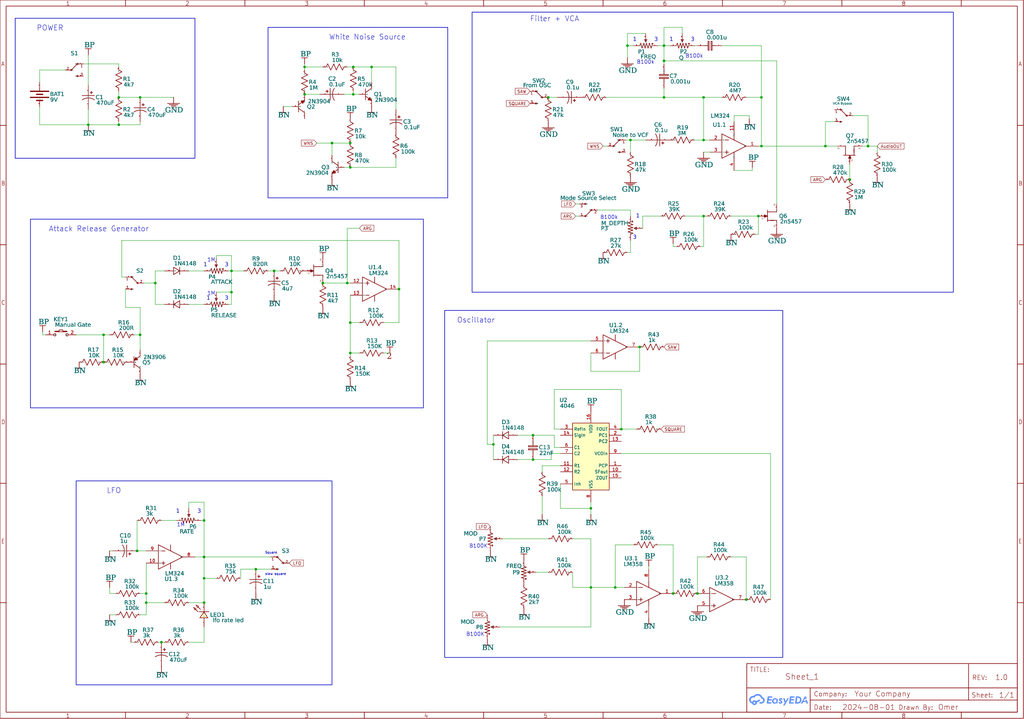
<source format=kicad_sch>
(kicad_sch (version 20231120) (generator "eeschema") (generator_version "8.0")
  (paper "User" 426.974 300.101)
  (lib_symbols
    (symbol "1N4007W"
      (property "Reference" "D1" (at -1.4986 6.2103 0))
      (property "Value" "1N4148" (at -1.4986 3.9751 0))
      (symbol "1N4007W_0_0"
        (pin unspecified line (at 5.08 0 180) (length 3.81) (name "1") (number "1"))
        (pin unspecified line (at -5.08 0 0) (length 3.81) (name "2") (number "2"))
      )
    )
    (symbol "1N4007W_1"
      (property "Reference" "D2" (at -1.4986 6.2103 0))
      (property "Value" "1N4148" (at -1.4986 3.9751 0))
      (symbol "1N4007W_1_0_0"
        (pin unspecified line (at 5.08 0 180) (length 3.81) (name "1") (number "1"))
        (pin unspecified line (at -5.08 0 0) (length 3.81) (name "2") (number "2"))
      )
    )
    (symbol "1N4007W_2"
      (property "Reference" "D3" (at -1.6256 6.2865 0))
      (property "Value" "1N4148" (at -1.9812 3.9751 0))
      (symbol "1N4007W_2_0_0"
        (pin unspecified line (at 5.08 0 180) (length 3.81) (name "2") (number "1"))
        (pin unspecified line (at -5.08 0 0) (length 3.81) (name "1") (number "2"))
      )
    )
    (symbol "1N4007W_3"
      (property "Reference" "D4" (at -1.6256 6.2865 0))
      (property "Value" "1N4148" (at -1.9812 3.9751 0))
      (symbol "1N4007W_3_0_0"
        (pin unspecified line (at -5.08 0 0) (length 3.81) (name "1") (number "1"))
        (pin unspecified line (at 5.08 0 180) (length 3.81) (name "2") (number "2"))
      )
    )
    (symbol "2N3904(SOT-23)"
      (property "Reference" "Q1" (at 3.556 0.8763 0))
      (property "Value" "2N3904" (at 3.556 -1.4351 0))
      (symbol "2N3904(SOT-23)_0_0"
        (pin input line (at 2.54 -5.08 90) (length 2.54) (name "E") (number "1"))
        (pin input line (at -2.54 0 0) (length 2.54) (name "B") (number "2"))
        (pin input line (at 2.54 5.08 270) (length 2.54) (name "C") (number "3"))
      )
    )
    (symbol "2N3904(SOT-23)_1"
      (property "Reference" "Q2" (at 3.556 0.7493 0))
      (property "Value" "2N3904" (at 3.556 3.0353 0))
      (symbol "2N3904(SOT-23)_1_0_0"
        (pin input line (at 2.54 5.08 270) (length 2.54) (name "E") (number "1"))
        (pin input line (at -2.54 0 0) (length 2.54) (name "B") (number "2"))
        (pin input line (at 2.54 -5.08 90) (length 2.54) (name "C") (number "3"))
      )
    )
    (symbol "2N3904(SOT-23)_2"
      (property "Reference" "Q3" (at -3.556 0.8763 0))
      (property "Value" "2N3904" (at -3.556 -1.4351 0))
      (symbol "2N3904(SOT-23)_2_0_0"
        (pin input line (at -2.54 -5.08 90) (length 2.54) (name "E") (number "1"))
        (pin input line (at 2.54 0 180) (length 2.54) (name "B") (number "2"))
        (pin input line (at -2.54 5.08 270) (length 2.54) (name "C") (number "3"))
      )
    )
    (symbol "2N3906(SOT-23)"
      (property "Reference" "Q5" (at 3.556 0.7493 0))
      (property "Value" "2N3906" (at 3.556 3.0353 0))
      (symbol "2N3906(SOT-23)_0_0"
        (pin input line (at 2.54 5.08 270) (length 2.54) (name "E") (number "1"))
        (pin input line (at -2.54 0 0) (length 2.54) (name "B") (number "2"))
        (pin input line (at 2.54 -5.08 90) (length 2.54) (name "C") (number "3"))
      )
    )
    (symbol "2n5457"
      (property "Reference" "Q4" (at 3.556 0.8509 0))
      (property "Value" "2n5457" (at 3.556 -1.3843 0))
      (symbol "2n5457_0_0"
        (text "D" (at 1.2446 5.0927 0) (effects (font (size 0.7239 0.7239)) (justify left top)))
        (text "G" (at -3.7846 -0.5461 0) (effects (font (size 0.7239 0.7239)) (justify left top)))
        (text "S" (at 1.2446 -3.7719 0) (effects (font (size 0.7239 0.7239)) (justify left top)))
        (pin unspecified line (at 2.54 5.08 270) (length 2.54) (name "D") (number "1"))
        (pin unspecified line (at 2.54 -5.08 90) (length 2.54) (name "S") (number "2"))
        (pin unspecified line (at -5.08 0 0) (length 2.54) (name "G") (number "3"))
      )
    )
    (symbol "2n5457_1"
      (property "Reference" "Q6" (at 3.556 0.8509 0))
      (property "Value" "2n5457" (at 3.556 -1.3843 0))
      (symbol "2n5457_1_0_0"
        (text "D" (at 1.2446 5.0927 0) (effects (font (size 0.7239 0.7239)) (justify left top)))
        (text "G" (at -3.7846 -0.5461 0) (effects (font (size 0.7239 0.7239)) (justify left top)))
        (text "S" (at 1.2446 -3.7719 0) (effects (font (size 0.7239 0.7239)) (justify left top)))
        (pin unspecified line (at 2.54 5.08 270) (length 2.54) (name "D") (number "1"))
        (pin unspecified line (at 2.54 -5.08 90) (length 2.54) (name "S") (number "2"))
        (pin unspecified line (at -5.08 0 0) (length 2.54) (name "G") (number "3"))
      )
    )
    (symbol "2n5457_2"
      (property "Reference" "Q7" (at -1.6256 7.6835 0))
      (property "Value" "2n5457" (at -1.6256 5.4991 0))
      (symbol "2n5457_2_0_0"
        (text "D" (at -5.0927 1.2446 900) (effects (font (size 0.7239 0.7239)) (justify left top)))
        (text "G" (at 0.5461 -3.7846 900) (effects (font (size 0.7239 0.7239)) (justify left top)))
        (text "S" (at 3.7719 1.2446 900) (effects (font (size 0.7239 0.7239)) (justify left top)))
        (pin unspecified line (at -5.08 2.54 0) (length 2.54) (name "D") (number "1"))
        (pin unspecified line (at 5.08 2.54 180) (length 2.54) (name "S") (number "2"))
        (pin unspecified line (at 0 -5.08 90) (length 2.54) (name "G") (number "3"))
      )
    )
    (symbol "4046"
      (property "Reference" "U2" (at -13.0556 24.3713 0))
      (property "Value" "4046" (at -13.208 22.0091 0))
      (symbol "4046_0_0"
        (pin output line (at 12.7 -3.81 180) (length 5.08) (name "PCP") (number "1"))
        (pin output line (at 12.7 -6.35 180) (length 5.08) (name "SFout") (number "10"))
        (pin input line (at -12.7 -3.81 0) (length 5.08) (name "R1") (number "11"))
        (pin input line (at -12.7 -6.35 0) (length 5.08) (name "R2") (number "12"))
        (pin bidirectional line (at 12.7 6.35 180) (length 5.08) (name "PC2") (number "13"))
        (pin input line (at -12.7 8.89 0) (length 5.08) (name "SigIn") (number "14"))
        (pin output line (at 12.7 -8.89 180) (length 5.08) (name "ZOUT") (number "15"))
        (pin bidirectional line (at 0 19.05 270) (length 5.08) (name "VDD") (number "16"))
        (pin output line (at 12.7 8.89 180) (length 5.08) (name "PC1") (number "2"))
        (pin input line (at -12.7 11.43 0) (length 5.08) (name "RefIn") (number "3"))
        (pin input line (at 12.7 11.43 180) (length 5.08) (name "FOUT") (number "4"))
        (pin input line (at -12.7 -11.43 0) (length 5.08) (name "Inh") (number "5"))
        (pin input line (at -12.7 3.81 0) (length 5.08) (name "C1") (number "6"))
        (pin input line (at -12.7 1.27 0) (length 5.08) (name "C2") (number "7"))
        (pin bidirectional line (at 0 -19.05 90) (length 5.08) (name "VSS") (number "8"))
        (pin input line (at 12.7 1.27 180) (length 5.08) (name "VCOin") (number "9"))
      )
    )
    (symbol "BATTERY20PTH2"
      (property "Reference" "BAT1" (at 4.318 0.9271 0))
      (property "Value" "9V" (at 4.318 -1.3589 0))
      (symbol "BATTERY20PTH2_0_0"
        (pin unspecified line (at 0 5.08 270) (length 2.54) (name "+") (number "1"))
        (pin unspecified line (at 0 -5.08 90) (length 2.54) (name "-") (number "2"))
      )
    )
    (symbol "BN" (power) (pin_numbers hide) (pin_names hide)
      (property "Value" "BN" (at 0 3.81 0))
      (symbol "BN_0_0"
        (pin power_in line (at 0 0 270) (length 0) (name "BN") (number "1"))
      )
    )
    (symbol "BP" (power) (pin_numbers hide) (pin_names hide)
      (property "Value" "BP" (at 0 3.81 0))
      (symbol "BP_0_0"
        (pin power_in line (at 0 0 270) (length 0) (name "BP") (number "1"))
      )
    )
    (symbol "C_0603_EU"
      (property "Reference" "C7" (at 2.3368 0.8763 0))
      (property "Value" "0.001u" (at 2.3368 -1.4097 0))
      (symbol "C_0603_EU_0_0"
        (pin unspecified line (at 0 -5.08 90) (length 2.54) (name "1") (number "1"))
        (pin unspecified line (at 0 5.08 270) (length 2.54) (name "2") (number "2"))
      )
    )
    (symbol "C_0603_EU_1"
      (property "Reference" "C8" (at -1.4986 6.4897 0))
      (property "Value" "0.001u" (at -1.4986 4.2799 0))
      (symbol "C_0603_EU_1_0_0"
        (pin unspecified line (at 5.08 0 180) (length 2.54) (name "1") (number "1"))
        (pin unspecified line (at -5.08 0 0) (length 2.54) (name "2") (number "2"))
      )
    )
    (symbol "C_0603_EU_2"
      (property "Reference" "C13" (at 2.4638 0.8509 0))
      (property "Value" "22nF" (at 2.3368 -1.4859 0))
      (symbol "C_0603_EU_2_0_0"
        (pin unspecified line (at 0 -5.08 90) (length 2.54) (name "1") (number "1"))
        (pin unspecified line (at 0 5.08 270) (length 2.54) (name "2") (number "2"))
      )
    )
    (symbol "C_Tan_SMD_A_US"
      (property "Reference" "C1" (at 3.048 0.8763 0))
      (property "Value" "470uF" (at 3.048 -1.4097 0))
      (symbol "C_Tan_SMD_A_US_0_0"
        (pin unspecified line (at 0 5.08 270) (length 4.318) (name "1") (number "1"))
        (pin unspecified line (at 0 -5.08 90) (length 4.826) (name "2") (number "2"))
      )
    )
    (symbol "C_Tan_SMD_A_US_1"
      (property "Reference" "C4" (at 3.048 0.8763 0))
      (property "Value" "470uF" (at 3.048 -1.4097 0))
      (symbol "C_Tan_SMD_A_US_1_0_0"
        (pin unspecified line (at 0 5.08 270) (length 4.318) (name "1") (number "1"))
        (pin unspecified line (at 0 -5.08 90) (length 4.826) (name "2") (number "2"))
      )
    )
    (symbol "C_Tan_SMD_A_US_2"
      (property "Reference" "C2" (at -1.4986 7.3025 0))
      (property "Value" "0.1uF" (at -1.4986 4.9911 0))
      (symbol "C_Tan_SMD_A_US_2_0_0"
        (pin unspecified line (at -5.08 0 0) (length 4.318) (name "1") (number "1"))
        (pin unspecified line (at 5.08 0 180) (length 4.826) (name "2") (number "2"))
      )
    )
    (symbol "C_Tan_SMD_A_US_3"
      (property "Reference" "C3" (at 3.048 0.8763 0))
      (property "Value" "0.1uF" (at 3.048 -1.4351 0))
      (symbol "C_Tan_SMD_A_US_3_0_0"
        (pin unspecified line (at 0 5.08 270) (length 4.318) (name "1") (number "1"))
        (pin unspecified line (at 0 -5.08 90) (length 4.826) (name "2") (number "2"))
      )
    )
    (symbol "C_Tan_SMD_A_US_4"
      (property "Reference" "C5" (at 3.048 0.8763 0))
      (property "Value" "4u7" (at 3.048 -1.4097 0))
      (symbol "C_Tan_SMD_A_US_4_0_0"
        (pin unspecified line (at 0 5.08 270) (length 4.318) (name "1") (number "1"))
        (pin unspecified line (at 0 -5.08 90) (length 4.826) (name "2") (number "2"))
      )
    )
    (symbol "C_Tan_SMD_A_US_5"
      (property "Reference" "C6" (at -1.4986 7.2009 0))
      (property "Value" "0.1u" (at -1.4986 4.9911 0))
      (symbol "C_Tan_SMD_A_US_5_0_0"
        (pin unspecified line (at 5.08 0 180) (length 4.318) (name "1") (number "1"))
        (pin unspecified line (at -5.08 0 0) (length 4.826) (name "2") (number "2"))
      )
    )
    (symbol "C_Tan_SMD_A_US_6"
      (property "Reference" "C9" (at -1.4986 7.2009 0))
      (property "Value" "0.1u" (at -1.4986 4.9911 0))
      (symbol "C_Tan_SMD_A_US_6_0_0"
        (pin unspecified line (at 5.08 0 180) (length 4.318) (name "1") (number "1"))
        (pin unspecified line (at -5.08 0 0) (length 4.826) (name "2") (number "2"))
      )
    )
    (symbol "C_Tan_SMD_A_US_7"
      (property "Reference" "C10" (at -2.159 7.2009 0))
      (property "Value" "1u" (at -2.159 4.9911 0))
      (symbol "C_Tan_SMD_A_US_7_0_0"
        (pin unspecified line (at 5.08 0 180) (length 4.318) (name "1") (number "1"))
        (pin unspecified line (at -5.08 0 0) (length 4.826) (name "2") (number "2"))
      )
    )
    (symbol "C_Tan_SMD_A_US_8"
      (property "Reference" "C11" (at 3.048 0.8763 0))
      (property "Value" "1u" (at 3.048 -1.4351 0))
      (symbol "C_Tan_SMD_A_US_8_0_0"
        (pin unspecified line (at 0 5.08 270) (length 4.318) (name "1") (number "1"))
        (pin unspecified line (at 0 -5.08 90) (length 4.826) (name "2") (number "2"))
      )
    )
    (symbol "C_Tan_SMD_A_US_9"
      (property "Reference" "C12" (at 3.048 0.8763 0))
      (property "Value" "470uF" (at 3.048 -1.4351 0))
      (symbol "C_Tan_SMD_A_US_9_0_0"
        (pin unspecified line (at 0 5.08 270) (length 4.318) (name "1") (number "1"))
        (pin unspecified line (at 0 -5.08 90) (length 4.826) (name "2") (number "2"))
      )
    )
    (symbol "GND" (power) (pin_numbers hide) (pin_names hide)
      (property "Value" "GND" (at 0 6.35 0))
      (symbol "GND_0_0"
        (pin power_in line (at 0 0 270) (length 0) (name "GND") (number "1"))
      )
    )
    (symbol "K2-3.6×6.1_SMD"
      (property "Reference" "KEY1" (at -3.0226 7.3025 0))
      (property "Value" "Manual Gate" (at -3.0226 5.0419 0))
      (symbol "K2-3.6×6.1_SMD_0_0"
        (pin unspecified line (at -6.35 0 0) (length 3.302) (name "1") (number "1"))
        (pin unspecified line (at 6.35 0 180) (length 3.302) (name "2") (number "2"))
      )
    )
    (symbol "LED-0603_R"
      (property "Reference" "LED1" (at 2.54 0.8255 0))
      (property "Value" "lfo rate led" (at 2.54 -1.3843 0))
      (symbol "LED-0603_R_0_0"
        (pin unspecified line (at 0 -5.08 90) (length 3.81) (name "1") (number "1"))
        (pin unspecified line (at 0 5.08 270) (length 3.81) (name "2") (number "2"))
      )
    )
    (symbol "LM324 COPY"
      (property "Reference" "U1.1" (at -8.8392 9.6901 0))
      (property "Value" "LM324" (at -9.9568 13.5001 0))
      (symbol "LM324 COPY_0_0"
        (pin output line (at 10.16 0 180) (length 5.08) (name "OUT1") (number "1"))
        (pin passive line (at 0 10.16 270) (length 5.08) (name "GND") (number "11"))
        (pin unspecified line (at -10.16 2.54 0) (length 5.08) (name "IN1-") (number "2"))
        (pin unspecified line (at -10.16 -2.54 0) (length 5.08) (name "IN1+") (number "3"))
        (pin passive line (at 0 -10.16 90) (length 5.08) (name "VCC") (number "4"))
      )
    )
    (symbol "LM324 COPY_1"
      (property "Reference" "U1.2" (at -2.4892 9.9187 0))
      (property "Value" "LM324" (at -2.4892 7.5819 0))
      (symbol "LM324 COPY_1_0_0"
        (text "2" (at -95.25 -2.54 0) (effects (font (size 2.413 2.413)) (justify left top)))
        (pin unspecified line (at -10.16 2.54 0) (length 5.08) (name "IN2+") (number "5"))
        (pin unspecified line (at -10.16 -2.54 0) (length 5.08) (name "IN2-") (number "6"))
        (pin output line (at 10.16 0 180) (length 5.08) (name "OUT2") (number "7"))
      )
    )
    (symbol "LM324 COPY_2"
      (property "Reference" "U1.3" (at -2.4892 -8.3185 0))
      (property "Value" "LM324" (at -2.4892 -5.9817 0))
      (symbol "LM324 COPY_2_0_0"
        (pin unspecified line (at -10.16 -2.54 0) (length 5.08) (name "IN3+") (number "10"))
        (pin output line (at 10.16 0 180) (length 5.08) (name "OUT3") (number "8"))
        (pin unspecified line (at -10.16 2.54 0) (length 5.08) (name "IN3-") (number "9"))
      )
    )
    (symbol "LM324 COPY_3"
      (property "Reference" "U1.4" (at -2.5654 9.9187 0))
      (property "Value" "LM324" (at -2.5654 7.5819 0))
      (symbol "LM324 COPY_3_0_0"
        (pin unspecified line (at -10.16 2.54 0) (length 5.08) (name "IN4+") (number "12"))
        (pin unspecified line (at -10.16 -2.54 0) (length 5.08) (name "IN4-") (number "13"))
        (pin output line (at 10.16 0 180) (length 5.08) (name "OUT4") (number "14"))
      )
    )
    (symbol "LM358"
      (property "Reference" "U3.1" (at -10.0584 15.4813 0))
      (property "Value" "LM358" (at -10.668 13.1191 0))
      (symbol "LM358_0_0"
        (pin output line (at 10.16 0 180) (length 5.08) (name "OUTA") (number "1"))
        (pin unspecified line (at -10.16 2.54 0) (length 5.08) (name "INA-") (number "2"))
        (pin unspecified line (at -10.16 -2.54 0) (length 5.08) (name "INA+") (number "3"))
        (pin passive line (at 0 -10.16 90) (length 5.08) (name "GND") (number "4"))
        (pin passive line (at 0 10.16 270) (length 5.08) (name "V+") (number "8"))
      )
    )
    (symbol "LM358_1"
      (property "Reference" "U3.2" (at -2.667 9.9695 0))
      (property "Value" "LM358" (at -3.2512 7.6073 0))
      (symbol "LM358_1_0_0"
        (pin unspecified line (at -10.16 -2.54 0) (length 5.08) (name "INA+") (number "5"))
        (pin unspecified line (at -10.16 2.54 0) (length 5.08) (name "INA-") (number "6"))
        (pin output line (at 10.16 0 180) (length 5.08) (name "OUTA") (number "7"))
      )
    )
    (symbol "R_0603_US"
      (property "Reference" "R1" (at 1.778 0.8763 0))
      (property "Value" "4k7" (at 1.778 -1.4097 0))
      (symbol "R_0603_US_0_0"
        (pin unspecified line (at 0 -5.08 90) (length 1.27) (name "1") (number "1"))
        (pin unspecified line (at 0 5.08 270) (length 1.27) (name "2") (number "2"))
      )
    )
    (symbol "R_0603_US_1"
      (property "Reference" "R2" (at 1.778 0.8763 0))
      (property "Value" "4k7" (at 1.778 -1.4097 0))
      (symbol "R_0603_US_1_0_0"
        (pin unspecified line (at 0 -5.08 90) (length 1.27) (name "1") (number "1"))
        (pin unspecified line (at 0 5.08 270) (length 1.27) (name "2") (number "2"))
      )
    )
    (symbol "R_0603_US_10"
      (property "Reference" "R11" (at 1.778 0.8763 0))
      (property "Value" "4k7" (at 1.778 -1.4097 0))
      (symbol "R_0603_US_10_0_0"
        (pin unspecified line (at 0 -5.08 90) (length 1.27) (name "1") (number "1"))
        (pin unspecified line (at 0 5.08 270) (length 1.27) (name "2") (number "2"))
      )
    )
    (symbol "R_0603_US_11"
      (property "Reference" "R12" (at -1.4986 5.9563 0))
      (property "Value" "100K" (at -1.4986 3.7211 0))
      (symbol "R_0603_US_11_0_0"
        (pin unspecified line (at -5.08 0 0) (length 1.27) (name "1") (number "1"))
        (pin unspecified line (at 5.08 0 180) (length 1.27) (name "2") (number "2"))
      )
    )
    (symbol "R_0603_US_12"
      (property "Reference" "R13" (at -2.159 6.0325 0))
      (property "Value" "150K" (at -2.159 3.7211 0))
      (symbol "R_0603_US_12_0_0"
        (pin unspecified line (at -5.08 0 0) (length 1.27) (name "1") (number "1"))
        (pin unspecified line (at 5.08 0 180) (length 1.27) (name "2") (number "2"))
      )
    )
    (symbol "R_0603_US_13"
      (property "Reference" "R14" (at 1.778 0.8763 0))
      (property "Value" "150K" (at 1.778 -1.4351 0))
      (symbol "R_0603_US_13_0_0"
        (pin unspecified line (at 0 -5.08 90) (length 1.27) (name "1") (number "1"))
        (pin unspecified line (at 0 5.08 270) (length 1.27) (name "2") (number "2"))
      )
    )
    (symbol "R_0603_US_14"
      (property "Reference" "R15" (at -1.4986 5.9563 0))
      (property "Value" "10K" (at -1.4986 3.7211 0))
      (symbol "R_0603_US_14_0_0"
        (pin unspecified line (at -5.08 0 0) (length 1.27) (name "1") (number "1"))
        (pin unspecified line (at 5.08 0 180) (length 1.27) (name "2") (number "2"))
      )
    )
    (symbol "R_0603_US_15"
      (property "Reference" "R16" (at -1.4986 5.9563 0))
      (property "Value" "200R" (at -1.4986 3.7211 0))
      (symbol "R_0603_US_15_0_0"
        (pin unspecified line (at -5.08 0 0) (length 1.27) (name "1") (number "1"))
        (pin unspecified line (at 5.08 0 180) (length 1.27) (name "2") (number "2"))
      )
    )
    (symbol "R_0603_US_16"
      (property "Reference" "R17" (at -1.4986 5.9563 0))
      (property "Value" "10K" (at -1.4986 3.7211 0))
      (symbol "R_0603_US_16_0_0"
        (pin unspecified line (at -5.08 0 0) (length 1.27) (name "1") (number "1"))
        (pin unspecified line (at 5.08 0 180) (length 1.27) (name "2") (number "2"))
      )
    )
    (symbol "R_0603_US_17"
      (property "Reference" "R18" (at 1.778 0.8763 0))
      (property "Value" "47k" (at 1.778 -1.4097 0))
      (symbol "R_0603_US_17_0_0"
        (pin unspecified line (at 0 -5.08 90) (length 1.27) (name "1") (number "1"))
        (pin unspecified line (at 0 5.08 270) (length 1.27) (name "2") (number "2"))
      )
    )
    (symbol "R_0603_US_18"
      (property "Reference" "R19" (at -2.159 6.0071 0))
      (property "Value" "3M" (at -2.159 3.7211 0))
      (symbol "R_0603_US_18_0_0"
        (pin unspecified line (at 5.08 0 180) (length 1.27) (name "1") (number "1"))
        (pin unspecified line (at -5.08 0 0) (length 1.27) (name "2") (number "2"))
      )
    )
    (symbol "R_0603_US_19"
      (property "Reference" "R20" (at -2.159 6.0071 0))
      (property "Value" "4M7" (at -2.159 3.7211 0))
      (symbol "R_0603_US_19_0_0"
        (pin unspecified line (at 5.08 0 180) (length 1.27) (name "1") (number "1"))
        (pin unspecified line (at -5.08 0 0) (length 1.27) (name "2") (number "2"))
      )
    )
    (symbol "R_0603_US_2"
      (property "Reference" "R3" (at -1.4986 6.0071 0))
      (property "Value" "10k" (at -1.4986 3.7211 0))
      (symbol "R_0603_US_2_0_0"
        (pin unspecified line (at 5.08 0 180) (length 1.27) (name "1") (number "1"))
        (pin unspecified line (at -5.08 0 0) (length 1.27) (name "2") (number "2"))
      )
    )
    (symbol "R_0603_US_20"
      (property "Reference" "R21" (at 1.778 0.8763 0))
      (property "Value" "47k" (at 1.778 -1.4097 0))
      (symbol "R_0603_US_20_0_0"
        (pin unspecified line (at 0 -5.08 90) (length 1.27) (name "1") (number "1"))
        (pin unspecified line (at 0 5.08 270) (length 1.27) (name "2") (number "2"))
      )
    )
    (symbol "R_0603_US_21"
      (property "Reference" "R22" (at -2.159 6.0071 0))
      (property "Value" "4M7" (at -2.159 3.7211 0))
      (symbol "R_0603_US_21_0_0"
        (pin unspecified line (at 5.08 0 180) (length 1.27) (name "1") (number "1"))
        (pin unspecified line (at -5.08 0 0) (length 1.27) (name "2") (number "2"))
      )
    )
    (symbol "R_0603_US_22"
      (property "Reference" "R23" (at -2.159 6.0071 0))
      (property "Value" "100k" (at -2.159 3.7211 0))
      (symbol "R_0603_US_22_0_0"
        (pin unspecified line (at 5.08 0 180) (length 1.27) (name "1") (number "1"))
        (pin unspecified line (at -5.08 0 0) (length 1.27) (name "2") (number "2"))
      )
    )
    (symbol "R_0603_US_23"
      (property "Reference" "R24" (at -2.159 6.0071 0))
      (property "Value" "39K" (at -2.159 3.7211 0))
      (symbol "R_0603_US_23_0_0"
        (pin unspecified line (at 5.08 0 180) (length 1.27) (name "1") (number "1"))
        (pin unspecified line (at -5.08 0 0) (length 1.27) (name "2") (number "2"))
      )
    )
    (symbol "R_0603_US_24"
      (property "Reference" "R25" (at -2.159 6.0071 0))
      (property "Value" "39K" (at -2.159 3.7211 0))
      (symbol "R_0603_US_24_0_0"
        (pin unspecified line (at 5.08 0 180) (length 1.27) (name "1") (number "1"))
        (pin unspecified line (at -5.08 0 0) (length 1.27) (name "2") (number "2"))
      )
    )
    (symbol "R_0603_US_25"
      (property "Reference" "R26" (at -2.159 6.0071 0))
      (property "Value" "100k" (at -2.159 3.7211 0))
      (symbol "R_0603_US_25_0_0"
        (pin unspecified line (at 5.08 0 180) (length 1.27) (name "1") (number "1"))
        (pin unspecified line (at -5.08 0 0) (length 1.27) (name "2") (number "2"))
      )
    )
    (symbol "R_0603_US_26"
      (property "Reference" "R27" (at -2.159 6.0071 0))
      (property "Value" "27k" (at -2.159 3.7211 0))
      (symbol "R_0603_US_26_0_0"
        (pin unspecified line (at 5.08 0 180) (length 1.27) (name "1") (number "1"))
        (pin unspecified line (at -5.08 0 0) (length 1.27) (name "2") (number "2"))
      )
    )
    (symbol "R_0603_US_27"
      (property "Reference" "R28" (at -2.159 6.0071 0))
      (property "Value" "470k" (at -2.159 3.7211 0))
      (symbol "R_0603_US_27_0_0"
        (pin unspecified line (at 5.08 0 180) (length 1.27) (name "1") (number "1"))
        (pin unspecified line (at -5.08 0 0) (length 1.27) (name "2") (number "2"))
      )
    )
    (symbol "R_0603_US_28"
      (property "Reference" "R29" (at 1.778 0.8763 0))
      (property "Value" "1M" (at 1.778 -1.4097 0))
      (symbol "R_0603_US_28_0_0"
        (pin unspecified line (at 0 5.08 270) (length 1.27) (name "1") (number "1"))
        (pin unspecified line (at 0 -5.08 90) (length 1.27) (name "2") (number "2"))
      )
    )
    (symbol "R_0603_US_29"
      (property "Reference" "R30" (at 1.778 0.8763 0))
      (property "Value" "100k" (at 1.778 -1.4097 0))
      (symbol "R_0603_US_29_0_0"
        (pin unspecified line (at 0 5.08 270) (length 1.27) (name "1") (number "1"))
        (pin unspecified line (at 0 -5.08 90) (length 1.27) (name "2") (number "2"))
      )
    )
    (symbol "R_0603_US_3"
      (property "Reference" "R4" (at 1.778 0.8763 0))
      (property "Value" "1M" (at 1.778 -1.4351 0))
      (symbol "R_0603_US_3_0_0"
        (pin unspecified line (at 0 5.08 270) (length 1.27) (name "1") (number "1"))
        (pin unspecified line (at 0 -5.08 90) (length 1.27) (name "2") (number "2"))
      )
    )
    (symbol "R_0603_US_30"
      (property "Reference" "R31" (at -1.4986 5.9309 0))
      (property "Value" "3k" (at -1.4986 3.7211 0))
      (symbol "R_0603_US_30_0_0"
        (pin unspecified line (at -5.08 0 0) (length 1.27) (name "1") (number "1"))
        (pin unspecified line (at 5.08 0 180) (length 1.27) (name "2") (number "2"))
      )
    )
    (symbol "R_0603_US_31"
      (property "Reference" "R32" (at -1.4986 5.9309 0))
      (property "Value" "100k" (at -1.4986 3.7211 0))
      (symbol "R_0603_US_31_0_0"
        (pin unspecified line (at -5.08 0 0) (length 1.27) (name "1") (number "1"))
        (pin unspecified line (at 5.08 0 180) (length 1.27) (name "2") (number "2"))
      )
    )
    (symbol "R_0603_US_32"
      (property "Reference" "R33" (at -1.4986 5.9309 0))
      (property "Value" "100k" (at -1.4986 3.7211 0))
      (symbol "R_0603_US_32_0_0"
        (pin unspecified line (at -5.08 0 0) (length 1.27) (name "1") (number "1"))
        (pin unspecified line (at 5.08 0 180) (length 1.27) (name "2") (number "2"))
      )
    )
    (symbol "R_0603_US_33"
      (property "Reference" "R34" (at -1.4986 5.9309 0))
      (property "Value" "100k" (at -1.4986 3.7211 0))
      (symbol "R_0603_US_33_0_0"
        (pin unspecified line (at -5.08 0 0) (length 1.27) (name "1") (number "1"))
        (pin unspecified line (at 5.08 0 180) (length 1.27) (name "2") (number "2"))
      )
    )
    (symbol "R_0603_US_34"
      (property "Reference" "R35" (at -1.4986 5.9309 0))
      (property "Value" "75k" (at -1.4986 3.7211 0))
      (symbol "R_0603_US_34_0_0"
        (pin unspecified line (at -5.08 0 0) (length 1.27) (name "1") (number "1"))
        (pin unspecified line (at 5.08 0 180) (length 1.27) (name "2") (number "2"))
      )
    )
    (symbol "R_0603_US_35"
      (property "Reference" "R36" (at -1.4986 5.9309 0))
      (property "Value" "3k" (at -1.4986 3.7211 0))
      (symbol "R_0603_US_35_0_0"
        (pin unspecified line (at -5.08 0 0) (length 1.27) (name "1") (number "1"))
        (pin unspecified line (at 5.08 0 180) (length 1.27) (name "2") (number "2"))
      )
    )
    (symbol "R_0603_US_36"
      (property "Reference" "R37" (at -1.4986 5.9309 0))
      (property "Value" "3k" (at -1.4986 3.7211 0))
      (symbol "R_0603_US_36_0_0"
        (pin unspecified line (at -5.08 0 0) (length 1.27) (name "1") (number "1"))
        (pin unspecified line (at 5.08 0 180) (length 1.27) (name "2") (number "2"))
      )
    )
    (symbol "R_0603_US_37"
      (property "Reference" "R38" (at -1.4986 6.0071 0))
      (property "Value" "1k" (at -1.6002 3.7211 0))
      (symbol "R_0603_US_37_0_0"
        (pin unspecified line (at -5.08 0 0) (length 1.27) (name "1") (number "1"))
        (pin unspecified line (at 5.08 0 180) (length 1.27) (name "2") (number "2"))
      )
    )
    (symbol "R_0603_US_38"
      (property "Reference" "R39" (at 1.905 0.8509 0))
      (property "Value" "100k" (at 1.778 -1.4859 0))
      (symbol "R_0603_US_38_0_0"
        (pin unspecified line (at 0 -5.08 90) (length 1.27) (name "1") (number "1"))
        (pin unspecified line (at 0 5.08 270) (length 1.27) (name "2") (number "2"))
      )
    )
    (symbol "R_0603_US_39"
      (property "Reference" "R40" (at 1.8288 0.8509 0))
      (property "Value" "2k7" (at 1.778 -1.4351 0))
      (symbol "R_0603_US_39_0_0"
        (pin unspecified line (at 0 -5.08 90) (length 1.27) (name "1") (number "1"))
        (pin unspecified line (at 0 5.08 270) (length 1.27) (name "2") (number "2"))
      )
    )
    (symbol "R_0603_US_4"
      (property "Reference" "R5" (at 1.778 0.8763 0))
      (property "Value" "470k" (at 1.778 -1.4351 0))
      (symbol "R_0603_US_4_0_0"
        (pin unspecified line (at 0 5.08 270) (length 1.27) (name "1") (number "1"))
        (pin unspecified line (at 0 -5.08 90) (length 1.27) (name "2") (number "2"))
      )
    )
    (symbol "R_0603_US_40"
      (property "Reference" "R41" (at -1.4986 6.0071 0))
      (property "Value" "100k" (at -1.5494 3.7211 0))
      (symbol "R_0603_US_40_0_0"
        (pin unspecified line (at -5.08 0 0) (length 1.27) (name "1") (number "1"))
        (pin unspecified line (at 5.08 0 180) (length 1.27) (name "2") (number "2"))
      )
    )
    (symbol "R_0603_US_41"
      (property "Reference" "R43" (at -1.4986 6.0071 0))
      (property "Value" "1k" (at -1.6002 3.7211 0))
      (symbol "R_0603_US_41_0_0"
        (pin unspecified line (at -5.08 0 0) (length 1.27) (name "1") (number "1"))
        (pin unspecified line (at 5.08 0 180) (length 1.27) (name "2") (number "2"))
      )
    )
    (symbol "R_0603_US_42"
      (property "Reference" "R42" (at -2.2606 6.0325 0))
      (property "Value" "100k" (at -2.6162 3.7211 0))
      (symbol "R_0603_US_42_0_0"
        (pin unspecified line (at 5.08 0 180) (length 1.27) (name "1") (number "1"))
        (pin unspecified line (at -5.08 0 0) (length 1.27) (name "2") (number "2"))
      )
    )
    (symbol "R_0603_US_43"
      (property "Reference" "R44" (at -2.2606 6.0325 0))
      (property "Value" "100k" (at -2.6162 3.7211 0))
      (symbol "R_0603_US_43_0_0"
        (pin unspecified line (at 5.08 0 180) (length 1.27) (name "1") (number "1"))
        (pin unspecified line (at -5.08 0 0) (length 1.27) (name "2") (number "2"))
      )
    )
    (symbol "R_0603_US_44"
      (property "Reference" "R45" (at -2.2606 6.0325 0))
      (property "Value" "100k" (at -2.6162 3.7211 0))
      (symbol "R_0603_US_44_0_0"
        (pin unspecified line (at 5.08 0 180) (length 1.27) (name "1") (number "1"))
        (pin unspecified line (at -5.08 0 0) (length 1.27) (name "2") (number "2"))
      )
    )
    (symbol "R_0603_US_45"
      (property "Reference" "R46" (at -1.4986 6.0071 0))
      (property "Value" "100k" (at -1.5494 3.7211 0))
      (symbol "R_0603_US_45_0_0"
        (pin unspecified line (at -5.08 0 0) (length 1.27) (name "1") (number "1"))
        (pin unspecified line (at 5.08 0 180) (length 1.27) (name "2") (number "2"))
      )
    )
    (symbol "R_0603_US_46"
      (property "Reference" "R47" (at -2.2606 6.0325 0))
      (property "Value" "100k" (at -2.6162 3.7211 0))
      (symbol "R_0603_US_46_0_0"
        (pin unspecified line (at 5.08 0 180) (length 1.27) (name "1") (number "1"))
        (pin unspecified line (at -5.08 0 0) (length 1.27) (name "2") (number "2"))
      )
    )
    (symbol "R_0603_US_5"
      (property "Reference" "R6" (at 1.778 0.8763 0))
      (property "Value" "100k" (at 1.778 -1.4351 0))
      (symbol "R_0603_US_5_0_0"
        (pin unspecified line (at 0 5.08 270) (length 1.27) (name "1") (number "1"))
        (pin unspecified line (at 0 -5.08 90) (length 1.27) (name "2") (number "2"))
      )
    )
    (symbol "R_0603_US_6"
      (property "Reference" "R7" (at 1.778 0.8763 0))
      (property "Value" "10k" (at 1.778 -1.4351 0))
      (symbol "R_0603_US_6_0_0"
        (pin unspecified line (at 0 5.08 270) (length 1.27) (name "1") (number "1"))
        (pin unspecified line (at 0 -5.08 90) (length 1.27) (name "2") (number "2"))
      )
    )
    (symbol "R_0603_US_7"
      (property "Reference" "R8" (at 1.778 0.8763 0))
      (property "Value" "470k" (at 1.778 -1.4351 0))
      (symbol "R_0603_US_7_0_0"
        (pin unspecified line (at 0 5.08 270) (length 1.27) (name "1") (number "1"))
        (pin unspecified line (at 0 -5.08 90) (length 1.27) (name "2") (number "2"))
      )
    )
    (symbol "R_0603_US_8"
      (property "Reference" "R9" (at -1.4986 5.9563 0))
      (property "Value" "820R" (at -1.4986 3.7211 0))
      (symbol "R_0603_US_8_0_0"
        (pin unspecified line (at -5.08 0 0) (length 1.27) (name "1") (number "1"))
        (pin unspecified line (at 5.08 0 180) (length 1.27) (name "2") (number "2"))
      )
    )
    (symbol "R_0603_US_9"
      (property "Reference" "R10" (at -1.4986 5.9563 0))
      (property "Value" "10K" (at -1.4986 3.7211 0))
      (symbol "R_0603_US_9_0_0"
        (pin unspecified line (at -5.08 0 0) (length 1.27) (name "1") (number "1"))
        (pin unspecified line (at 5.08 0 180) (length 1.27) (name "2") (number "2"))
      )
    )
    (symbol "R_3386P_US"
      (property "Reference" "P4" (at -3.175 -1.6891 0))
      (property "Value" "ATTACK" (at -2.286 -3.7211 0))
      (symbol "R_3386P_US_0_0"
        (pin unspecified line (at 5.08 0 180) (length 2.54) (name "1") (number "1"))
        (pin unspecified line (at 0 5.08 270) (length 2.54) (name "2") (number "2"))
        (pin unspecified line (at -5.08 0 0) (length 2.54) (name "3") (number "3"))
      )
    )
    (symbol "R_3386P_US_1"
      (property "Reference" "P5" (at -2.286 -1.4859 0))
      (property "Value" "RELEASE" (at -2.286 -3.7211 0))
      (symbol "R_3386P_US_1_0_0"
        (pin unspecified line (at 5.08 0 180) (length 2.54) (name "1") (number "1"))
        (pin unspecified line (at 0 5.08 270) (length 2.54) (name "2") (number "2"))
        (pin unspecified line (at -5.08 0 0) (length 2.54) (name "3") (number "3"))
      )
    )
    (symbol "R_3386P_US_2"
      (property "Reference" "P1" (at -3.175 -1.6891 0))
      (property "Value" "FREQ" (at -2.286 -3.7211 0))
      (symbol "R_3386P_US_2_0_0"
        (pin unspecified line (at 5.08 0 180) (length 2.54) (name "1") (number "1"))
        (pin unspecified line (at 0 5.08 270) (length 2.54) (name "2") (number "2"))
        (pin unspecified line (at -5.08 0 0) (length 2.54) (name "3") (number "3"))
      )
    )
    (symbol "R_3386P_US_3"
      (property "Reference" "P2" (at -0.9144 -1.6637 0))
      (property "Value" "Q" (at -1.4478 -4.2037 0))
      (symbol "R_3386P_US_3_0_0"
        (pin unspecified line (at 5.08 0 180) (length 2.54) (name "1") (number "1"))
        (pin unspecified line (at 0 5.08 270) (length 2.54) (name "2") (number "2"))
        (pin unspecified line (at -5.08 0 0) (length 2.54) (name "3") (number "3"))
      )
    )
    (symbol "R_3386P_US_4"
      (property "Reference" "P3" (at -12.319 0.8001 0))
      (property "Value" "M_DEPTH" (at -12.319 2.9845 0))
      (symbol "R_3386P_US_4_0_0"
        (pin unspecified line (at 0 5.08 270) (length 2.54) (name "1") (number "1"))
        (pin unspecified line (at 5.08 0 180) (length 2.54) (name "2") (number "2"))
        (pin unspecified line (at 0 -5.08 90) (length 2.54) (name "3") (number "3"))
      )
    )
    (symbol "R_3386P_US_5"
      (property "Reference" "P6" (at 3.175 -1.6891 0))
      (property "Value" "RATE" (at 2.286 -3.7211 0))
      (symbol "R_3386P_US_5_0_0"
        (pin unspecified line (at -5.08 0 0) (length 2.54) (name "1") (number "1"))
        (pin unspecified line (at 0 5.08 270) (length 2.54) (name "2") (number "2"))
        (pin unspecified line (at 5.08 0 180) (length 2.54) (name "3") (number "3"))
      )
    )
    (symbol "R_3386P_US_6"
      (property "Reference" "P7" (at -1.7272 0.7493 0))
      (property "Value" "MOD" (at -5.3594 3.0353 0))
      (symbol "R_3386P_US_6_0_0"
        (pin unspecified line (at 0 -5.08 90) (length 2.54) (name "1") (number "1"))
        (pin unspecified line (at 5.08 0 180) (length 2.54) (name "2") (number "2"))
        (pin unspecified line (at 0 5.08 270) (length 2.54) (name "3") (number "3"))
      )
    )
    (symbol "R_3386P_US_7"
      (property "Reference" "P8" (at -1.7272 0.7493 0))
      (property "Value" "MOD" (at -5.3594 3.0353 0))
      (symbol "R_3386P_US_7_0_0"
        (pin unspecified line (at 0 -5.08 90) (length 2.54) (name "1") (number "1"))
        (pin unspecified line (at 5.08 0 180) (length 2.54) (name "2") (number "2"))
        (pin unspecified line (at 0 5.08 270) (length 2.54) (name "3") (number "3"))
      )
    )
    (symbol "R_3386P_US_8"
      (property "Reference" "P9" (at -1.7272 0.7493 0))
      (property "Value" "FREQ" (at -0.762 3.4671 0))
      (symbol "R_3386P_US_8_0_0"
        (pin unspecified line (at 0 -5.08 90) (length 2.54) (name "1") (number "1"))
        (pin unspecified line (at 5.08 0 180) (length 2.54) (name "2") (number "2"))
        (pin unspecified line (at 0 5.08 270) (length 2.54) (name "3") (number "3"))
      )
    )
    (symbol "SPST Toggle"
      (property "Reference" "S1" (at -2.2098 7.7851 0))
      (symbol "SPST Toggle_0_0"
        (text "1" (at 1.7526 2.2098 0) (effects (font (size 0.9652 0.9652)) (justify left top)))
        (text "2" (at -4.064 1.2192 0) (effects (font (size 0.9652 0.9652)) (justify left top)))
        (text "3" (at 1.778 -1.2446 0) (effects (font (size 0.9652 0.9652)) (justify left top)))
        (pin unspecified line (at 3.048 2.54 180) (length 2.54) (name "O") (number "1"))
        (pin unspecified line (at -4.572 0 0) (length 2.54) (name "P") (number "2"))
        (pin unspecified line (at 3.048 -2.54 180) (length 2.54) (name "S") (number "3"))
      )
    )
    (symbol "SPST Toggle_1"
      (property "Reference" "S2" (at 4.4958 5.9055 0))
      (symbol "SPST Toggle_1_0_0"
        (text "1" (at -1.7526 2.2098 0) (effects (font (size 0.9652 0.9652)) (justify right top)))
        (text "2" (at 4.064 1.2192 0) (effects (font (size 0.9652 0.9652)) (justify right top)))
        (text "3" (at -1.778 -1.2446 0) (effects (font (size 0.9652 0.9652)) (justify right top)))
        (pin unspecified line (at -3.048 2.54 0) (length 2.54) (name "O") (number "1"))
        (pin unspecified line (at 4.572 0 180) (length 2.54) (name "P") (number "2"))
        (pin unspecified line (at -3.048 -2.54 0) (length 2.54) (name "S") (number "3"))
      )
    )
    (symbol "SPST Toggle_2"
      (property "Reference" "S3" (at 4.4958 5.9055 0))
      (symbol "SPST Toggle_2_0_0"
        (text "1" (at -1.7526 2.2098 0) (effects (font (size 0.9652 0.9652)) (justify right top)))
        (text "2" (at 4.064 1.2192 0) (effects (font (size 0.9652 0.9652)) (justify right top)))
        (text "3" (at -1.778 -1.2446 0) (effects (font (size 0.9652 0.9652)) (justify right top)))
        (pin unspecified line (at -3.048 2.54 0) (length 2.54) (name "O") (number "1"))
        (pin unspecified line (at 4.572 0 180) (length 2.54) (name "P") (number "2"))
        (pin unspecified line (at -3.048 -2.54 0) (length 2.54) (name "S") (number "3"))
      )
    )
    (symbol "TOGGLESWITCH SPST"
      (property "Reference" "SW1" (at -3.3274 7.8105 0))
      (property "Value" "Noise to VCF" (at -3.3274 5.4991 0))
      (symbol "TOGGLESWITCH SPST_0_0"
        (text "1" (at 1.7526 2.2098 0) (effects (font (size 0.9652 0.9652)) (justify left top)))
        (text "2" (at -4.064 1.2192 0) (effects (font (size 0.9652 0.9652)) (justify left top)))
        (text "3" (at 1.778 -1.2446 0) (effects (font (size 0.9652 0.9652)) (justify left top)))
        (pin unspecified line (at 3.048 2.54 180) (length 2.54) (name "O") (number "1"))
        (pin unspecified line (at -4.572 0 0) (length 2.54) (name "P") (number "2"))
        (pin unspecified line (at 3.048 -2.54 180) (length 2.54) (name "S") (number "3"))
      )
    )
    (symbol "TOGGLESWITCH SPST_1"
      (property "Reference" "SW2" (at 3.3274 7.8105 0))
      (property "Value" "From OSC" (at 6.4008 5.9309 0))
      (symbol "TOGGLESWITCH SPST_1_0_0"
        (text "1" (at -1.7526 2.2098 0) (effects (font (size 0.9652 0.9652)) (justify right top)))
        (text "2" (at 4.064 1.2192 0) (effects (font (size 0.9652 0.9652)) (justify right top)))
        (text "3" (at -1.778 -1.2446 0) (effects (font (size 0.9652 0.9652)) (justify right top)))
        (pin unspecified line (at -3.048 2.54 0) (length 2.54) (name "O") (number "1"))
        (pin unspecified line (at 4.572 0 180) (length 2.54) (name "P") (number "2"))
        (pin unspecified line (at -3.048 -2.54 0) (length 2.54) (name "S") (number "3"))
      )
    )
    (symbol "TOGGLESWITCH SPST_2"
      (property "Reference" "SW3" (at -1.8034 7.7089 0))
      (property "Value" "Mode Source Select" (at -12.1412 5.8801 0))
      (symbol "TOGGLESWITCH SPST_2_0_0"
        (text "1" (at -2.6162 -1.2954 0) (effects (font (size 0.9652 0.9652)) (justify left top)))
        (text "2" (at 3.175 -0.2794 0) (effects (font (size 0.9652 0.9652)) (justify left top)))
        (text "3" (at -2.6416 2.159 0) (effects (font (size 0.9652 0.9652)) (justify left top)))
        (pin unspecified line (at -3.048 -2.54 0) (length 2.54) (name "O") (number "1"))
        (pin unspecified line (at 4.572 0 180) (length 2.54) (name "P") (number "2"))
        (pin unspecified line (at -3.048 2.54 0) (length 2.54) (name "S") (number "3"))
      )
    )
    (symbol "TOGGLESWITCH SPST_3"
      (property "Reference" "SW4" (at 3.3274 7.8105 0))
      (property "Value" "VCA Bypass" (at 4.5466 5.588 0))
      (symbol "TOGGLESWITCH SPST_3_0_0"
        (text "1" (at -1.7526 2.2098 0) (effects (font (size 0.9652 0.9652)) (justify right top)))
        (text "2" (at 4.064 1.2192 0) (effects (font (size 0.9652 0.9652)) (justify right top)))
        (text "3" (at -1.778 -1.2446 0) (effects (font (size 0.9652 0.9652)) (justify right top)))
        (pin unspecified line (at -3.048 2.54 0) (length 2.54) (name "O") (number "1"))
        (pin unspecified line (at 4.572 0 180) (length 2.54) (name "P") (number "2"))
        (pin unspecified line (at -3.048 -2.54 0) (length 2.54) (name "S") (number "3"))
      )
    )
    (symbol "Unknown_0_-1180"
      (symbol "Unknown_0_-1180_0_0"
        (text "1" (at 27.432 -297.6499 0) (effects (font (size 1.6891 1.6891)) (justify left top)))
        (text "1" (at 27.432 -0.4699 0) (effects (font (size 1.6891 1.6891)) (justify left top)))
        (text "1.0" (at 414.9344 -281.3431 0) (effects (font (size 2.1717 2.1717)) (justify left top)))
        (text "1/1" (at 416.4584 -288.7599 0) (effects (font (size 2.1717 2.1717)) (justify left top)))
        (text "2" (at 77.216 -297.6499 0) (effects (font (size 1.6891 1.6891)) (justify left top)))
        (text "2" (at 77.216 -0.4699 0) (effects (font (size 1.6891 1.6891)) (justify left top)))
        (text "2024-08-01" (at 351.1804 -293.8399 0) (effects (font (size 2.1717 2.1717)) (justify left top)))
        (text "3" (at 127 -297.6499 0) (effects (font (size 1.6891 1.6891)) (justify left top)))
        (text "3" (at 127 -0.4699 0) (effects (font (size 1.6891 1.6891)) (justify left top)))
        (text "4" (at 176.784 -297.6499 0) (effects (font (size 1.6891 1.6891)) (justify left top)))
        (text "4" (at 176.784 -0.4699 0) (effects (font (size 1.6891 1.6891)) (justify left top)))
        (text "5" (at 226.568 -297.6499 0) (effects (font (size 1.6891 1.6891)) (justify left top)))
        (text "5" (at 226.568 -0.4699 0) (effects (font (size 1.6891 1.6891)) (justify left top)))
        (text "6" (at 276.352 -297.6499 0) (effects (font (size 1.6891 1.6891)) (justify left top)))
        (text "6" (at 276.352 -0.4699 0) (effects (font (size 1.6891 1.6891)) (justify left top)))
        (text "7" (at 326.136 -297.6499 0) (effects (font (size 1.6891 1.6891)) (justify left top)))
        (text "7" (at 326.136 -0.4699 0) (effects (font (size 1.6891 1.6891)) (justify left top)))
        (text "8" (at 375.92 -297.6499 0) (effects (font (size 1.6891 1.6891)) (justify left top)))
        (text "8" (at 375.92 -0.4699 0) (effects (font (size 1.6891 1.6891)) (justify left top)))
        (text "A" (at 0.381 -25.7429 0) (effects (font (size 1.6891 1.6891)) (justify left top)))
        (text "A" (at 424.561 -25.7429 0) (effects (font (size 1.6891 1.6891)) (justify left top)))
        (text "B" (at 0.381 -75.5269 0) (effects (font (size 1.6891 1.6891)) (justify left top)))
        (text "B" (at 424.561 -75.5269 0) (effects (font (size 1.6891 1.6891)) (justify left top)))
        (text "C" (at 0.381 -125.3109 0) (effects (font (size 1.6891 1.6891)) (justify left top)))
        (text "C" (at 424.561 -125.3109 0) (effects (font (size 1.6891 1.6891)) (justify left top)))
        (text "Company:" (at 339.2424 -288.4424 0) (effects (font (size 1.9304 1.9304)) (justify left top)))
        (text "D" (at 0.381 -175.0949 0) (effects (font (size 1.6891 1.6891)) (justify left top)))
        (text "D" (at 424.561 -175.0949 0) (effects (font (size 1.6891 1.6891)) (justify left top)))
        (text "Date:" (at 339.2424 -293.9796 0) (effects (font (size 1.9304 1.9304)) (justify left top)))
        (text "Drawn By:" (at 374.5484 -294.0304 0) (effects (font (size 1.9304 1.9304)) (justify left top)))
        (text "E" (at 0.381 -224.8789 0) (effects (font (size 1.6891 1.6891)) (justify left top)))
        (text "E" (at 424.561 -224.8789 0) (effects (font (size 1.6891 1.6891)) (justify left top)))
        (text "Omer" (at 391.0584 -293.7891 0) (effects (font (size 2.1717 2.1717)) (justify left top)))
        (text "REV:" (at 405.2824 -281.5844 0) (effects (font (size 1.9304 1.9304)) (justify left top)))
        (text "Sheet:" (at 405.0284 -288.8996 0) (effects (font (size 1.9304 1.9304)) (justify left top)))
        (text "Sheet_1" (at 327.3044 -280.924 0) (effects (font (size 2.413 2.413)) (justify left top)))
        (text "TITLE:" (at 312.6486 -278.2316 0) (effects (font (size 1.9304 1.9304)) (justify left top)))
        (text "Your Company" (at 356.1588 -288.2265 0) (effects (font (size 2.1717 2.1717)) (justify left top)))
      )
    )
  )
  (junction (at 144.78 118.11))
  (junction (at 261.62 19.05))
  (junction (at 293.37 58.42))
  (junction (at 49.53 40.64))
  (junction (at 317.5 60.96))
  (junction (at 138.43 59.69))
  (junction (at 96.52 121.92))
  (junction (at 246.38 245.11))
  (junction (at 114.3 113.03))
  (junction (at 127 27.94))
  (junction (at 290.83 247.65))
  (junction (at 166.37 120.65))
  (junction (at 205.74 185.42))
  (junction (at 344.17 60.96))
  (junction (at 147.32 39.37))
  (junction (at 58.42 40.64))
  (junction (at 58.42 139.7))
  (junction (at 60.96 251.46))
  (junction (at 146.05 134.62))
  (junction (at 85.09 241.3))
  (junction (at 246.38 212.09))
  (junction (at 147.32 27.94))
  (junction (at 222.25 181.61))
  (junction (at 57.15 229.87))
  (junction (at 96.52 113.03))
  (junction (at 64.77 118.11))
  (junction (at 85.09 217.17))
  (junction (at 146.05 147.32))
  (junction (at 60.96 247.65))
  (junction (at 36.83 52.07))
  (junction (at 317.5 40.64))
  (junction (at 43.18 139.7))
  (junction (at 293.37 90.17))
  (junction (at 85.09 232.41))
  (junction (at 354.33 74.93))
  (junction (at 228.6 40.64))
  (junction (at 276.86 19.05))
  (junction (at 146.05 69.85))
  (junction (at 276.86 25.4))
  (junction (at 280.67 247.65))
  (junction (at 276.86 40.64))
  (junction (at 49.53 52.07))
  (junction (at 259.08 179.07))
  (junction (at 134.62 118.11))
  (junction (at 256.54 245.11))
  (junction (at 262.89 58.42))
  (junction (at 106.68 237.49))
  (junction (at 146.05 59.69))
  (junction (at 293.37 40.64))
  (junction (at 316.23 90.17))
  (junction (at 67.31 267.97))
  (junction (at 361.95 60.96))
  (junction (at 154.94 27.94))
  (junction (at 266.7 144.78))
  (junction (at 222.25 191.77))
  (junction (at 85.09 251.46))
  (junction (at 43.18 151.13))
  (junction (at 127 39.37))
  (junction (at 311.15 250.19))
  (wire (pts (xy 60.96 234.95) (xy 60.96 247.65)))
  (wire (pts (xy 293.37 58.42) (xy 295.91 58.42)))
  (wire (pts (xy 295.91 63.5) (xy 293.37 63.5)))
  (wire (pts (xy 229.87 191.77) (xy 222.25 191.77)))
  (wire (pts (xy 274.32 19.05) (xy 276.86 19.05)))
  (wire (pts (xy 264.16 227.33) (xy 256.54 227.33)))
  (wire (pts (xy 90.17 241.3) (xy 85.09 241.3)))
  (wire (pts (xy 27.178 29.21) (xy 16.51 29.21)))
  (wire (pts (xy 106.68 237.49) (xy 113.03 237.49)))
  (wire (pts (xy 289.56 19.05) (xy 290.83 19.05)))
  (wire (pts (xy 274.32 227.33) (xy 280.67 227.33)))
  (wire (pts (xy 203.2 142.24) (xy 203.2 185.42)))
  (wire (pts (xy 96.52 121.92) (xy 96.52 127)))
  (wire (pts (xy 311.15 232.41) (xy 311.15 250.19)))
  (wire (pts (xy 222.25 181.61) (xy 231.14 181.61)))
  (wire (pts (xy 58.42 52.07) (xy 49.53 52.07)))
  (wire (pts (xy 85.09 267.97) (xy 78.74 267.97)))
  (wire (pts (xy 349.25 60.96) (xy 344.17 60.96)))
  (wire (pts (xy 344.17 50.8) (xy 344.17 60.96)))
  (wire (pts (xy 267.97 90.17) (xy 267.97 95.25)))
  (wire (pts (xy 78.74 113.03) (xy 85.09 113.03)))
  (wire (pts (xy 49.53 27.94) (xy 49.53 26.67)))
  (wire (pts (xy 259.08 162.56) (xy 259.08 179.07)))
  (wire (pts (xy 17.78 139.7) (xy 19.05 139.7)))
  (wire (pts (xy 67.31 267.97) (xy 66.04 267.97)))
  (wire (pts (xy 146.05 147.32) (xy 146.05 148.59)))
  (wire (pts (xy 101.6 113.03) (xy 96.52 113.03)))
  (wire (pts (xy 85.09 251.46) (xy 85.09 241.3)))
  (wire (pts (xy 96.52 113.03) (xy 96.52 121.92)))
  (wire (pts (xy 127 27.94) (xy 127 26.67)))
  (wire (pts (xy 276.86 25.4) (xy 276.86 19.05)))
  (wire (pts (xy 293.37 40.64) (xy 293.37 58.42)))
  (wire (pts (xy 300.99 19.05) (xy 317.5 19.05)))
  (wire (pts (xy 113.03 232.41) (xy 85.09 232.41)))
  (wire (pts (xy 249.174 87.63) (xy 262.89 87.63)))
  (wire (pts (xy 31.75 139.7) (xy 43.18 139.7)))
  (wire (pts (xy 143.51 39.37) (xy 147.32 39.37)))
  (wire (pts (xy 246.38 224.79) (xy 246.38 245.11)))
  (wire (pts (xy 85.09 241.3) (xy 85.09 232.41)))
  (wire (pts (xy 215.9 191.77) (xy 222.25 191.77)))
  (wire (pts (xy 344.17 60.96) (xy 317.5 60.96)))
  (wire (pts (xy 58.42 50.8) (xy 58.42 52.07)))
  (wire (pts (xy 281.94 102.87) (xy 280.67 102.87)))
  (wire (pts (xy 36.83 26.67) (xy 49.53 26.67)))
  (wire (pts (xy 293.37 102.87) (xy 293.37 90.17)))
  (wire (pts (xy 275.59 90.17) (xy 267.97 90.17)))
  (wire (pts (xy 60.96 247.65) (xy 58.42 247.65)))
  (wire (pts (xy 166.37 120.65) (xy 166.37 134.62)))
  (wire (pts (xy 78.74 212.09) (xy 78.74 209.55)))
  (wire (pts (xy 43.18 139.7) (xy 43.18 151.13)))
  (wire (pts (xy 246.38 154.94) (xy 266.7 154.94)))
  (wire (pts (xy 285.75 90.17) (xy 293.37 90.17)))
  (wire (pts (xy 149.86 95.25) (xy 144.78 95.25)))
  (wire (pts (xy 292.1 102.87) (xy 293.37 102.87)))
  (wire (pts (xy 16.51 44.45) (xy 16.51 52.07)))
  (wire (pts (xy 17.78 138.43) (xy 17.78 139.7)))
  (wire (pts (xy 306.07 50.8) (xy 306.07 48.26)))
  (wire (pts (xy 293.37 90.17) (xy 294.64 90.17)))
  (wire (pts (xy 165.1 45.72) (xy 165.1 27.94)))
  (wire (pts (xy 262.89 87.63) (xy 262.89 90.17)))
  (wire (pts (xy 233.68 201.93) (xy 233.68 212.09)))
  (wire (pts (xy 85.09 127) (xy 78.74 127)))
  (wire (pts (xy 238.76 245.11) (xy 246.38 245.11)))
  (wire (pts (xy 304.8 90.17) (xy 316.23 90.17)))
  (wire (pts (xy 58.42 139.7) (xy 58.42 146.05)))
  (wire (pts (xy 68.58 127) (xy 64.77 127)))
  (wire (pts (xy 323.85 25.4) (xy 276.86 25.4)))
  (wire (pts (xy 361.95 48.26) (xy 355.6 48.26)))
  (wire (pts (xy 147.32 38.1) (xy 147.32 39.37)))
  (wire (pts (xy 323.85 85.09) (xy 323.85 25.4)))
  (wire (pts (xy 111.76 113.03) (xy 114.3 113.03)))
  (wire (pts (xy 233.68 189.23) (xy 229.87 189.23)))
  (wire (pts (xy 316.23 90.17) (xy 316.23 97.79)))
  (wire (pts (xy 78.74 251.46) (xy 85.09 251.46)))
  (wire (pts (xy 284.48 11.43) (xy 276.86 11.43)))
  (wire (pts (xy 64.77 127) (xy 64.77 118.11)))
  (wire (pts (xy 347.98 50.8) (xy 344.17 50.8)))
  (wire (pts (xy 260.858 58.42) (xy 262.89 58.42)))
  (wire (pts (xy 144.78 95.25) (xy 144.78 118.11)))
  (wire (pts (xy 49.53 50.8) (xy 49.53 52.07)))
  (wire (pts (xy 90.17 106.68) (xy 96.52 106.68)))
  (wire (pts (xy 276.86 26.67) (xy 276.86 25.4)))
  (wire (pts (xy 149.86 147.32) (xy 146.05 147.32)))
  (wire (pts (xy 58.42 128.27) (xy 58.42 139.7)))
  (wire (pts (xy 276.86 11.43) (xy 276.86 19.05)))
  (wire (pts (xy 127 39.37) (xy 133.35 39.37)))
  (wire (pts (xy 90.17 121.92) (xy 96.52 121.92)))
  (wire (pts (xy 229.87 189.23) (xy 229.87 191.77)))
  (wire (pts (xy 52.324 120.65) (xy 52.324 128.27)))
  (wire (pts (xy 209.55 224.79) (xy 228.6 224.79)))
  (wire (pts (xy 52.324 128.27) (xy 58.42 128.27)))
  (wire (pts (xy 246.38 214.63) (xy 246.38 212.09)))
  (wire (pts (xy 166.37 134.62) (xy 160.02 134.62)))
  (wire (pts (xy 100.33 237.49) (xy 106.68 237.49)))
  (wire (pts (xy 146.05 134.62) (xy 149.86 134.62)))
  (wire (pts (xy 45.72 139.7) (xy 43.18 139.7)))
  (wire (pts (xy 60.96 251.46) (xy 60.96 247.65)))
  (wire (pts (xy 154.94 27.94) (xy 154.94 34.29)))
  (wire (pts (xy 246.38 142.24) (xy 203.2 142.24)))
  (wire (pts (xy 146.05 123.19) (xy 146.05 134.62)))
  (wire (pts (xy 233.68 212.09) (xy 246.38 212.09)))
  (wire (pts (xy 262.89 100.33) (xy 262.89 105.41)))
  (wire (pts (xy 246.38 212.09) (xy 246.38 209.55)))
  (wire (pts (xy 96.52 106.68) (xy 96.52 113.03)))
  (wire (pts (xy 138.43 59.69) (xy 146.05 59.69)))
  (wire (pts (xy 165.1 69.85) (xy 146.05 69.85)))
  (wire (pts (xy 49.53 40.64) (xy 58.42 40.64)))
  (wire (pts (xy 52.324 115.57) (xy 50.8 115.57)))
  (wire (pts (xy 223.52 238.76) (xy 228.6 238.76)))
  (wire (pts (xy 85.09 209.55) (xy 85.09 217.17)))
  (wire (pts (xy 241.554 85.09) (xy 240.03 85.09)))
  (wire (pts (xy 317.5 40.64) (xy 317.5 60.96)))
  (wire (pts (xy 85.09 217.17) (xy 83.82 217.17)))
  (wire (pts (xy 289.56 58.42) (xy 293.37 58.42)))
  (wire (pts (xy 280.67 227.33) (xy 280.67 247.65)))
  (wire (pts (xy 146.05 134.62) (xy 146.05 147.32)))
  (wire (pts (xy 34.798 26.67) (xy 36.83 26.67)))
  (wire (pts (xy 96.52 113.03) (xy 95.25 113.03)))
  (wire (pts (xy 246.38 261.62) (xy 246.38 245.11)))
  (wire (pts (xy 45.72 229.87) (xy 46.99 229.87)))
  (wire (pts (xy 311.15 40.64) (xy 317.5 40.64)))
  (wire (pts (xy 147.32 39.37) (xy 149.86 39.37)))
  (wire (pts (xy 64.77 113.03) (xy 68.58 113.03)))
  (wire (pts (xy 259.08 179.07) (xy 265.43 179.07)))
  (wire (pts (xy 50.8 100.33) (xy 166.37 100.33)))
  (wire (pts (xy 290.83 247.65) (xy 290.83 232.41)))
  (wire (pts (xy 16.51 29.21) (xy 16.51 34.29)))
  (wire (pts (xy 55.88 139.7) (xy 58.42 139.7)))
  (wire (pts (xy 261.62 24.13) (xy 261.62 19.05)))
  (wire (pts (xy 262.89 105.41) (xy 261.62 105.41)))
  (wire (pts (xy 226.06 214.63) (xy 226.06 207.01)))
  (wire (pts (xy 365.76 63.5) (xy 365.76 60.96)))
  (wire (pts (xy 361.95 60.96) (xy 361.95 48.26)))
  (wire (pts (xy 290.83 232.41) (xy 294.64 232.41)))
  (wire (pts (xy 262.89 63.5) (xy 262.89 58.42)))
  (wire (pts (xy 50.8 115.57) (xy 50.8 100.33)))
  (wire (pts (xy 144.78 118.11) (xy 146.05 118.11)))
  (wire (pts (xy 312.42 48.26) (xy 312.42 49.53)))
  (wire (pts (xy 64.77 118.11) (xy 64.77 113.03)))
  (wire (pts (xy 231.14 162.56) (xy 259.08 162.56)))
  (wire (pts (xy 252.73 40.64) (xy 276.86 40.64)))
  (wire (pts (xy 251.46 60.96) (xy 253.238 60.96)))
  (wire (pts (xy 68.58 267.97) (xy 67.31 267.97)))
  (wire (pts (xy 231.14 179.07) (xy 231.14 162.56)))
  (wire (pts (xy 138.43 64.77) (xy 138.43 59.69)))
  (wire (pts (xy 165.1 27.94) (xy 154.94 27.94)))
  (wire (pts (xy 127 29.21) (xy 127 27.94)))
  (wire (pts (xy 134.62 27.94) (xy 127 27.94)))
  (wire (pts (xy 16.51 52.07) (xy 36.83 52.07)))
  (wire (pts (xy 300.99 40.64) (xy 293.37 40.64)))
  (wire (pts (xy 365.76 60.96) (xy 361.95 60.96)))
  (wire (pts (xy 90.17 107.95) (xy 90.17 106.68)))
  (wire (pts (xy 231.14 186.69) (xy 233.68 186.69)))
  (wire (pts (xy 316.23 97.79) (xy 314.96 97.79)))
  (wire (pts (xy 261.62 13.97) (xy 269.24 13.97)))
  (wire (pts (xy 359.41 60.96) (xy 361.95 60.96)))
  (wire (pts (xy 276.86 40.64) (xy 293.37 40.64)))
  (wire (pts (xy 85.09 232.41) (xy 85.09 217.17)))
  (wire (pts (xy 96.52 127) (xy 95.25 127)))
  (wire (pts (xy 48.26 256.54) (xy 45.72 256.54)))
  (wire (pts (xy 68.58 251.46) (xy 60.96 251.46)))
  (wire (pts (xy 132.08 59.69) (xy 138.43 59.69)))
  (wire (pts (xy 205.74 191.77) (xy 205.74 185.42)))
  (wire (pts (xy 203.2 185.42) (xy 205.74 185.42)))
  (wire (pts (xy 165.1 66.04) (xy 165.1 69.85)))
  (wire (pts (xy 261.62 19.05) (xy 261.62 13.97)))
  (wire (pts (xy 36.83 35.56) (xy 36.83 26.67)))
  (wire (pts (xy 280.67 102.87) (xy 280.67 101.6)))
  (wire (pts (xy 262.89 58.42) (xy 269.24 58.42)))
  (wire (pts (xy 313.69 71.12) (xy 313.69 69.85)))
  (wire (pts (xy 160.02 147.32) (xy 162.56 147.32)))
  (wire (pts (xy 81.28 232.41) (xy 85.09 232.41)))
  (wire (pts (xy 58.42 40.64) (xy 72.39 40.64)))
  (wire (pts (xy 54.61 267.97) (xy 55.88 267.97)))
  (wire (pts (xy 233.68 179.07) (xy 231.14 179.07)))
  (wire (pts (xy 256.54 227.33) (xy 256.54 245.11)))
  (wire (pts (xy 85.09 261.62) (xy 85.09 267.97)))
  (wire (pts (xy 144.78 27.94) (xy 147.32 27.94)))
  (wire (pts (xy 49.53 38.1) (xy 49.53 40.64)))
  (wire (pts (xy 241.554 90.17) (xy 240.03 90.17)))
  (wire (pts (xy 238.76 224.79) (xy 246.38 224.79)))
  (wire (pts (xy 134.62 118.11) (xy 144.78 118.11)))
  (wire (pts (xy 215.9 181.61) (xy 222.25 181.61)))
  (wire (pts (xy 205.74 185.42) (xy 205.74 181.61)))
  (wire (pts (xy 354.33 68.58) (xy 354.33 74.93)))
  (wire (pts (xy 121.92 44.45) (xy 118.11 44.45)))
  (wire (pts (xy 57.15 229.87) (xy 57.15 217.17)))
  (wire (pts (xy 114.3 113.03) (xy 116.84 113.03)))
  (wire (pts (xy 78.74 209.55) (xy 85.09 209.55)))
  (wire (pts (xy 231.14 181.61) (xy 231.14 186.69)))
  (wire (pts (xy 317.5 19.05) (xy 317.5 40.64)))
  (wire (pts (xy 58.42 256.54) (xy 60.96 256.54)))
  (wire (pts (xy 276.86 36.83) (xy 276.86 40.64)))
  (wire (pts (xy 100.33 241.3) (xy 100.33 237.49)))
  (wire (pts (xy 321.31 189.23) (xy 321.31 250.19)))
  (wire (pts (xy 246.38 245.11) (xy 256.54 245.11)))
  (wire (pts (xy 146.05 69.85) (xy 143.51 69.85)))
  (wire (pts (xy 284.48 13.97) (xy 284.48 11.43)))
  (wire (pts (xy 49.53 52.07) (xy 36.83 52.07)))
  (wire (pts (xy 270.51 236.22) (xy 270.51 237.49)))
  (wire (pts (xy 60.96 229.87) (xy 57.15 229.87)))
  (wire (pts (xy 306.07 48.26) (xy 312.42 48.26)))
  (wire (pts (xy 59.944 118.11) (xy 64.77 118.11)))
  (wire (pts (xy 317.5 60.96) (xy 316.23 60.96)))
  (wire (pts (xy 266.7 154.94) (xy 266.7 144.78)))
  (wire (pts (xy 276.86 19.05) (xy 279.4 19.05)))
  (wire (pts (xy 238.76 238.76) (xy 238.76 245.11)))
  (wire (pts (xy 246.38 147.32) (xy 246.38 154.94)))
  (wire (pts (xy 304.8 232.41) (xy 311.15 232.41)))
  (wire (pts (xy 67.31 217.17) (xy 73.66 217.17)))
  (wire (pts (xy 228.6 40.64) (xy 232.41 40.64)))
  (wire (pts (xy 36.83 45.72) (xy 36.83 52.07)))
  (wire (pts (xy 306.07 71.12) (xy 313.69 71.12)))
  (wire (pts (xy 233.68 194.31) (xy 226.06 194.31)))
  (wire (pts (xy 226.06 194.31) (xy 226.06 196.85)))
  (wire (pts (xy 264.16 19.05) (xy 261.62 19.05)))
  (wire (pts (xy 166.37 100.33) (xy 166.37 120.65)))
  (wire (pts (xy 256.54 245.11) (xy 260.35 245.11)))
  (wire (pts (xy 45.72 245.11) (xy 45.72 247.65)))
  (wire (pts (xy 208.28 261.62) (xy 246.38 261.62)))
  (wire (pts (xy 259.08 189.23) (xy 321.31 189.23)))
  (wire (pts (xy 60.96 256.54) (xy 60.96 251.46)))
  (wire (pts (xy 147.32 27.94) (xy 154.94 27.94)))
  (wire (pts (xy 36.83 26.67) (xy 36.83 22.86)))
  (wire (pts (xy 45.72 247.65) (xy 48.26 247.65)))
  (rectangle (start 196.85 5.08) (end 397.51 121.92) (stroke (width 0.254)))
  (rectangle (start 12.7 91.44) (end 176.53 170.18) (stroke (width 0.254)))
  (rectangle (start 185.42 129.54) (end 326.39 274.32) (stroke (width 0.254)))
  (rectangle (start 6.35 7.62) (end 81.28 66.04) (stroke (width 0.254)))
  (rectangle (start 111.76 11.43) (end 186.69 82.55) (stroke (width 0.254)))
  (rectangle (start 31.75 200.66) (end 138.43 285.75) (stroke (width 0.254)))
  (text "Square" (at 110.49 230.1748 0) (effects (font (size 0.9652 0.9652)) (justify left top)))
  (text "1" (at 280.67 16.0909 0) (effects (font (size 1.6891 1.6891)) (justify right top)))
  (text "1M" (at 73.66 218.1416 0) (effects (font (size 1.5684 1.5684)) (justify left top)))
  (text "1" (at 86.36 110.0709 0) (effects (font (size 1.6891 1.6891)) (justify right top)))
  (text "Oscillator" (at 190.5 132.4483 0) (effects (font (size 2.1717 2.1717)) (justify left top)))
  (text "3" (at 95.25 110.0709 0) (effects (font (size 1.6891 1.6891)) (justify right top)))
  (text "1" (at 74.93 212.9409 0) (effects (font (size 1.6891 1.6891)) (justify right top)))
  (text "slew square" (at 110.49 239.0648 0) (effects (font (size 0.9652 0.9652)) (justify left top)))
  (text "3" (at 83.82 212.9409 0) (effects (font (size 1.6891 1.6891)) (justify right top)))
  (text "White Noise Source" (at 137.16 14.3383 0) (effects (font (size 2.1717 2.1717)) (justify left top)))
  (text "POWER" (at 15.24 10.5283 0) (effects (font (size 2.1717 2.1717)) (justify left top)))
  (text "3" (at 95.25 124.0409 0) (effects (font (size 1.6891 1.6891)) (justify right top)))
  (text "1" (at 266.7 89.7509 0) (effects (font (size 1.6891 1.6891)) (justify right top)))
  (text "1M" (at 86.36 121.6216 0) (effects (font (size 1.5684 1.5684)) (justify left top)))
  (text "B100k" (at 285.75 22.5616 0) (effects (font (size 1.5684 1.5684)) (justify left top)))
  (text "1" (at 265.43 16.0909 0) (effects (font (size 1.6891 1.6891)) (justify right top)))
  (text "1M" (at 86.36 107.6516 0) (effects (font (size 1.5684 1.5684)) (justify left top)))
  (text "3" (at 265.43 98.6409 0) (effects (font (size 1.6891 1.6891)) (justify right top)))
  (text "B100K" (at 194.31 263.8616 0) (effects (font (size 1.5684 1.5684)) (justify left top)))
  (text "LFO" (at 44.45 203.5683 0) (effects (font (size 2.1717 2.1717)) (justify left top)))
  (text "B100K" (at 195.58 227.0316 0) (effects (font (size 1.5684 1.5684)) (justify left top)))
  (text "3" (at 274.32 16.0909 0) (effects (font (size 1.6891 1.6891)) (justify right top)))
  (text "3" (at 289.56 16.0909 0) (effects (font (size 1.6891 1.6891)) (justify right top)))
  (text "B100k" (at 250.19 89.8716 0) (effects (font (size 1.5684 1.5684)) (justify left top)))
  (text "Attack Release Generator" (at 20.32 94.3483 0) (effects (font (size 2.1717 2.1717)) (justify left top)))
  (text "1" (at 87.63 124.0409 0) (effects (font (size 1.6891 1.6891)) (justify right top)))
  (text "B100k" (at 265.43 25.1016 0) (effects (font (size 1.5684 1.5684)) (justify left top)))
  (text "Filter + VCA" (at 220.98 6.7183 0) (effects (font (size 2.1717 2.1717)) (justify left top)))
  (global_label "ARG" (shape input) (at 240.03 90.17 180) (property "Intersheetrefs" "${INTERSHEET_REFS}" (effects (hide yes))))
  (global_label "SAW" (shape input) (at 220.98 38.1 180) (property "Intersheetrefs" "${INTERSHEET_REFS}" (effects (hide yes))))
  (global_label "ARG" (shape input) (at 149.86 95.25 0) (property "Intersheetrefs" "${INTERSHEET_REFS}" (effects (hide yes))))
  (global_label "SQUARE" (shape input) (at 275.59 179.07 0) (property "Intersheetrefs" "${INTERSHEET_REFS}" (effects (hide yes))))
  (global_label "ARG" (shape input) (at 344.17 74.93 180) (property "Intersheetrefs" "${INTERSHEET_REFS}" (effects (hide yes))))
  (global_label "WNS" (shape input) (at 132.08 59.69 180) (property "Intersheetrefs" "${INTERSHEET_REFS}" (effects (hide yes))))
  (global_label "SAW" (shape input) (at 276.86 144.78 0) (property "Intersheetrefs" "${INTERSHEET_REFS}" (effects (hide yes))))
  (global_label "LFO" (shape input) (at 120.65 234.95 0) (property "Intersheetrefs" "${INTERSHEET_REFS}" (effects (hide yes))))
  (global_label "ARG" (shape input) (at 203.2 256.54 180) (property "Intersheetrefs" "${INTERSHEET_REFS}" (effects (hide yes))))
  (global_label "WNS" (shape input) (at 251.46 60.96 180) (property "Intersheetrefs" "${INTERSHEET_REFS}" (effects (hide yes))))
  (global_label "SQUARE" (shape input) (at 220.98 43.18 180) (property "Intersheetrefs" "${INTERSHEET_REFS}" (effects (hide yes))))
  (global_label "LFO" (shape input) (at 204.47 219.71 180) (property "Intersheetrefs" "${INTERSHEET_REFS}" (effects (hide yes))))
  (global_label "LFO" (shape input) (at 240.03 85.09 180) (property "Intersheetrefs" "${INTERSHEET_REFS}" (effects (hide yes))))
  (global_label "AudioOUT" (shape input) (at 365.76 60.96 0) (property "Intersheetrefs" "${INTERSHEET_REFS}" (effects (hide yes))))
  (symbol (lib_id "2N3904(SOT-23)_2") (at 140.97 69.85 0) (unit 0)
    (property "Reference" "Q3" (at 137.414 68.9737 0) (effects (font (size 1.6891 1.6891)) (justify right top)))
    (property "Value" "2N3904" (at 137.414 71.2851 0) (effects (font (size 1.6891 1.6891)) (justify right top)))
    (property "Footprint" "Package_TO_SOT_THT:TO-92" (effects (hide yes)))
    (property "Manufacturer Part" "2n3904S-RTK/PS" (effects (hide yes)))
    (property "Manufacturer" "KEC" (effects (hide yes)))
    (property "Supplier Part" "C18536" (effects (hide yes)))
    (property "Supplier" "LCSC" (effects (hide yes)))
  )
  (symbol (lib_id "R_3386P_US_1") (at 90.17 127 0) (unit 0)
    (property "Reference" "P5" (at 87.884 128.4859 0) (effects (font (size 1.6891 1.6891)) (justify left top)))
    (property "Value" "RELEASE" (at 87.884 130.7211 0) (effects (font (size 1.6891 1.6891)) (justify left top)))
    (property "Footprint" "Potentiometer_THT:Potentiometer_Alps_RK09K_Single_Vertical" (effects (hide yes)))
    (property "Supplier" "LCSC" (effects (hide yes)))
  )
  (symbol (lib_id "1N4007W_3") (at 210.82 191.77 0) (unit 0)
    (property "Reference" "D4" (at 209.1944 185.4835 0) (effects (font (size 1.6891 1.6891)) (justify left top)))
    (property "Value" "1N4148" (at 208.8388 187.7949 0) (effects (font (size 1.6891 1.6891)) (justify left top)))
    (property "Footprint" "Diode_THT:D_DO-35_SOD27_P7.62mm_Horizontal" (effects (hide yes)))
    (property "Manufacturer Part" "1N4007W" (effects (hide yes)))
    (property "Manufacturer" "BLUE ROCKET" (effects (hide yes)))
    (property "Supplier Part" "C328592" (effects (hide yes)))
    (property "Supplier" "LCSC" (effects (hide yes)))
  )
  (symbol (lib_id "C_Tan_SMD_A_US_7") (at 52.07 229.87 0) (unit 0)
    (property "Reference" "C10" (at 49.911 222.6691 0) (effects (font (size 1.6891 1.6891)) (justify left top)))
    (property "Value" "1u" (at 49.911 224.8789 0) (effects (font (size 1.6891 1.6891)) (justify left top)))
    (property "Footprint" "Capacitor_THT:CP_Radial_D7.5mm_P2.50mm" (effects (hide yes)))
  )
  (symbol (lib_id "R_3386P_US_5") (at 78.74 217.17 0) (unit 0)
    (property "Reference" "P6" (at 81.915 218.8591 0) (effects (font (size 1.6891 1.6891)) (justify right top)))
    (property "Value" "RATE" (at 81.026 220.8911 0) (effects (font (size 1.6891 1.6891)) (justify right top)))
    (property "Footprint" "Potentiometer_THT:Potentiometer_Alps_RK09K_Single_Vertical" (effects (hide yes)))
    (property "Supplier" "LCSC" (effects (hide yes)))
  )
  (symbol (lib_id "C_Tan_SMD_A_US") (at 36.83 40.64 0) (unit 0)
    (property "Reference" "C1" (at 39.878 39.7637 0) (effects (font (size 1.6891 1.6891)) (justify left top)))
    (property "Value" "470uF" (at 39.878 42.0497 0) (effects (font (size 1.6891 1.6891)) (justify left top)))
    (property "Footprint" "Capacitor_THT:CP_Radial_D7.5mm_P2.50mm" (effects (hide yes)))
  )
  (symbol (lib_id "R_0603_US_27") (at 349.25 74.93 0) (unit 0)
    (property "Reference" "R28" (at 347.091 68.9229 0) (effects (font (size 1.6891 1.6891)) (justify left top)))
    (property "Value" "470k" (at 347.091 71.2089 0) (effects (font (size 1.6891 1.6891)) (justify left top)))
    (property "Footprint" "Resistor_THT:R_Axial_DIN0309_L9.0mm_D3.2mm_P12.70mm_Horizontal" (effects (hide yes)))
  )
  (symbol (lib_id "LM324 COPY") (at 306.07 60.96 0) (unit 0)
    (property "Reference" "U1.1" (at 297.2308 51.2699 0) (effects (font (size 1.6891 1.6891)) (justify left top)))
    (property "Value" "LM324" (at 296.1132 47.4599 0) (effects (font (size 1.6891 1.6891)) (justify left top)))
    (property "Manufacturer Part" "ON" (effects (hide yes)))
    (property "Manufacturer" "LM324NG" (effects (hide yes)))
    (property "Supplier Part" "C99121" (effects (hide yes)))
    (property "Supplier" "LCSC" (effects (hide yes)))
  )
  (symbol (lib_id "BN") (at 154.94 44.45 0) (unit 0)
    (property "Reference" "#PWR0108" (effects (hide yes)))
    (property "Value" "BN" (at 152.781 49.276 0) (effects (font (size 2.1717 2.1717)) (justify left bottom)))
    (property "Description" "Power symbol creates a global label with name 'BN'" (effects (hide yes)))
  )
  (symbol (lib_id "R_0603_US_41") (at 271.78 144.78 0) (unit 0)
    (property "Reference" "R43" (at 270.2814 138.7729 0) (effects (font (size 1.6891 1.6891)) (justify left top)))
    (property "Value" "1k" (at 270.1798 141.0589 0) (effects (font (size 1.6891 1.6891)) (justify left top)))
    (property "Footprint" "Resistor_THT:R_Axial_DIN0309_L9.0mm_D3.2mm_P12.70mm_Horizontal" (effects (hide yes)))
  )
  (symbol (lib_id "LM324 COPY_1") (at 256.54 144.78 0) (unit 0)
    (property "Reference" "U1.2" (at 254.0508 134.8613 0) (effects (font (size 1.6891 1.6891)) (justify left top)))
    (property "Value" "LM324" (at 254.0508 137.1981 0) (effects (font (size 1.6891 1.6891)) (justify left top)))
    (property "Manufacturer Part" "ON" (effects (hide yes)))
    (property "Manufacturer" "LM324NG" (effects (hide yes)))
    (property "Supplier Part" "C99121" (effects (hide yes)))
    (property "Supplier" "LCSC" (effects (hide yes)))
  )
  (symbol (lib_id "R_0603_US") (at 49.53 33.02 0) (unit 0)
    (property "Reference" "R1" (at 51.308 32.1437 0) (effects (font (size 1.6891 1.6891)) (justify left top)))
    (property "Value" "4k7" (at 51.308 34.4297 0) (effects (font (size 1.6891 1.6891)) (justify left top)))
    (property "Footprint" "Resistor_THT:R_Axial_DIN0309_L9.0mm_D3.2mm_P12.70mm_Horizontal" (effects (hide yes)))
  )
  (symbol (lib_id "R_0603_US_12") (at 154.94 147.32 0) (unit 0)
    (property "Reference" "R13" (at 152.781 141.2875 0) (effects (font (size 1.6891 1.6891)) (justify left top)))
    (property "Value" "150K" (at 152.781 143.5989 0) (effects (font (size 1.6891 1.6891)) (justify left top)))
    (property "Footprint" "Resistor_THT:R_Axial_DIN0309_L9.0mm_D3.2mm_P12.70mm_Horizontal" (effects (hide yes)))
  )
  (symbol (lib_id "TOGGLESWITCH SPST_3") (at 351.028 48.26 0) (unit 0)
    (property "Reference" "SW4" (at 354.3554 40.4495 0) (effects (font (size 1.6891 1.6891)) (justify right top)))
    (property "Value" "VCA Bypass" (at 355.5746 42.672 0) (effects (font (size 0.9652 0.9652)) (justify right top)))
  )
  (symbol (lib_id "C_Tan_SMD_A_US_1") (at 58.42 45.72 0) (unit 0)
    (property "Reference" "C4" (at 61.468 44.8437 0) (effects (font (size 1.6891 1.6891)) (justify left top)))
    (property "Value" "470uF" (at 61.468 47.1297 0) (effects (font (size 1.6891 1.6891)) (justify left top)))
    (property "Footprint" "Capacitor_THT:CP_Radial_D7.5mm_P2.50mm" (effects (hide yes)))
  )
  (symbol (lib_id "R_0603_US_38") (at 226.06 201.93 0) (unit 0)
    (property "Reference" "R39" (at 227.965 201.0791 0) (effects (font (size 1.6891 1.6891)) (justify left top)))
    (property "Value" "100k" (at 227.838 203.4159 0) (effects (font (size 1.6891 1.6891)) (justify left top)))
    (property "Footprint" "Resistor_THT:R_Axial_DIN0309_L9.0mm_D3.2mm_P12.70mm_Horizontal" (effects (hide yes)))
  )
  (symbol (lib_id "BP") (at 218.44 233.68 0) (mirror x) (unit 0)
    (property "Reference" "#PWR0142" (effects (hide yes)))
    (property "Value" "BP" (at 216.5604 230.886 0) (effects (font (size 2.1717 2.1717)) (justify left top)))
    (property "Description" "Power symbol creates a global label with name 'BP'" (effects (hide yes)))
  )
  (symbol (lib_id "C_0603_EU_1") (at 295.91 19.05 0) (unit 0)
    (property "Reference" "C8" (at 294.4114 12.5603 0) (effects (font (size 1.6891 1.6891)) (justify left top)))
    (property "Value" "0.001u" (at 294.4114 14.7701 0) (effects (font (size 1.6891 1.6891)) (justify left top)))
    (property "Footprint" "Capacitor_THT:C_Disc_D5.0mm_W2.5mm_P5.00mm" (effects (hide yes)))
  )
  (symbol (lib_id "R_0603_US_39") (at 218.44 248.92 0) (unit 0)
    (property "Reference" "R40" (at 220.2688 248.0691 0) (effects (font (size 1.6891 1.6891)) (justify left top)))
    (property "Value" "2k7" (at 220.218 250.3551 0) (effects (font (size 1.6891 1.6891)) (justify left top)))
    (property "Footprint" "Resistor_THT:R_Axial_DIN0309_L9.0mm_D3.2mm_P12.70mm_Horizontal" (effects (hide yes)))
  )
  (symbol (lib_id "BP") (at 45.72 245.11 0) (mirror x) (unit 0)
    (property "Reference" "#PWR0132" (effects (hide yes)))
    (property "Value" "BP" (at 43.8404 242.316 0) (effects (font (size 2.1717 2.1717)) (justify left top)))
    (property "Description" "Power symbol creates a global label with name 'BP'" (effects (hide yes)))
  )
  (symbol (lib_id "R_0603_US_32") (at 53.34 256.54 0) (unit 0)
    (property "Reference" "R33" (at 51.8414 250.6091 0) (effects (font (size 1.6891 1.6891)) (justify left top)))
    (property "Value" "100k" (at 51.8414 252.8189 0) (effects (font (size 1.6891 1.6891)) (justify left top)))
    (property "Footprint" "Resistor_THT:R_Axial_DIN0309_L9.0mm_D3.2mm_P12.70mm_Horizontal" (effects (hide yes)))
  )
  (symbol (lib_id "R_0603_US_19") (at 306.07 40.64 0) (unit 0)
    (property "Reference" "R20" (at 303.911 34.6329 0) (effects (font (size 1.6891 1.6891)) (justify left top)))
    (property "Value" "4M7" (at 303.911 36.9189 0) (effects (font (size 1.6891 1.6891)) (justify left top)))
    (property "Footprint" "Resistor_THT:R_Axial_DIN0309_L9.0mm_D3.2mm_P12.70mm_Horizontal" (effects (hide yes)))
  )
  (symbol (lib_id "GND") (at 290.83 252.73 0) (unit 0)
    (property "Reference" "#PWR0143" (effects (hide yes)))
    (property "Value" "GND" (at 287.528 259.334 0) (effects (font (size 2.1717 2.1717)) (justify left bottom)))
    (property "Description" "Power symbol creates a global label with name 'GND'" (effects (hide yes)))
  )
  (symbol (lib_id "R_3386P_US") (at 90.17 113.03 0) (unit 0)
    (property "Reference" "P4" (at 86.995 114.7191 0) (effects (font (size 1.6891 1.6891)) (justify left top)))
    (property "Value" "ATTACK" (at 87.884 116.7511 0) (effects (font (size 1.6891 1.6891)) (justify left top)))
    (property "Footprint" "Potentiometer_THT:Potentiometer_Alps_RK09K_Single_Vertical" (effects (hide yes)))
    (property "Supplier" "LCSC" (effects (hide yes)))
  )
  (symbol (lib_id "R_0603_US_16") (at 38.1 151.13 0) (unit 0)
    (property "Reference" "R17" (at 36.6014 145.1737 0) (effects (font (size 1.6891 1.6891)) (justify left top)))
    (property "Value" "10K" (at 36.6014 147.4089 0) (effects (font (size 1.6891 1.6891)) (justify left top)))
    (property "Footprint" "Resistor_THT:R_Axial_DIN0309_L9.0mm_D3.2mm_P12.70mm_Horizontal" (effects (hide yes)))
  )
  (symbol (lib_id "SPST Toggle") (at 31.75 29.21 0) (unit 0)
    (property "Reference" "S1" (at 29.5402 21.4249 0) (effects (font (size 1.6891 1.6891)) (justify left top)))
    (property "Value" "SPST Toggle" (effects (hide yes)))
  )
  (symbol (lib_id "TOGGLESWITCH SPST_1") (at 224.028 40.64 0) (unit 0)
    (property "Reference" "SW2" (at 227.3554 32.8295 0) (effects (font (size 1.6891 1.6891)) (justify right top)))
    (property "Value" "From OSC" (at 230.4288 34.7091 0) (effects (font (size 1.6891 1.6891)) (justify right top)))
  )
  (symbol (lib_id "R_3386P_US_2") (at 269.24 19.05 0) (unit 0)
    (property "Reference" "P1" (at 266.065 20.7391 0) (effects (font (size 1.6891 1.6891)) (justify left top)))
    (property "Value" "FREQ" (at 266.954 22.7711 0) (effects (font (size 1.6891 1.6891)) (justify left top)))
    (property "Footprint" "Potentiometer_THT:Potentiometer_Alps_RK09K_Single_Vertical" (effects (hide yes)))
    (property "Supplier" "LCSC" (effects (hide yes)))
  )
  (symbol (lib_id "C_Tan_SMD_A_US_3") (at 165.1 50.8 0) (unit 0)
    (property "Reference" "C3" (at 168.148 49.9237 0) (effects (font (size 1.6891 1.6891)) (justify left top)))
    (property "Value" "0.1uF" (at 168.148 52.2351 0) (effects (font (size 1.6891 1.6891)) (justify left top)))
    (property "Footprint" "Capacitor_THT:CP_Radial_D7.5mm_P2.50mm" (effects (hide yes)))
  )
  (symbol (lib_id "GND") (at 72.39 40.64 0) (unit 0)
    (property "Reference" "#PWR0102" (effects (hide yes)))
    (property "Value" "GND" (at 69.088 47.244 0) (effects (font (size 2.1717 2.1717)) (justify left bottom)))
    (property "Description" "Power symbol creates a global label with name 'GND'" (effects (hide yes)))
  )
  (symbol (lib_id "GND") (at 261.62 24.13 0) (unit 0)
    (property "Reference" "#PWR0144" (effects (hide yes)))
    (property "Value" "GND" (at 258.318 30.734 0) (effects (font (size 2.1717 2.1717)) (justify left bottom)))
    (property "Description" "Power symbol creates a global label with name 'GND'" (effects (hide yes)))
  )
  (symbol (lib_id "R_0603_US_36") (at 60.96 267.97 0) (unit 0)
    (property "Reference" "R37" (at 59.4614 262.0391 0) (effects (font (size 1.6891 1.6891)) (justify left top)))
    (property "Value" "3k" (at 59.4614 264.2489 0) (effects (font (size 1.6891 1.6891)) (justify left top)))
    (property "Footprint" "Resistor_THT:R_Axial_DIN0309_L9.0mm_D3.2mm_P12.70mm_Horizontal" (effects (hide yes)))
  )
  (symbol (lib_id "C_Tan_SMD_A_US_2") (at 138.43 39.37 0) (unit 0)
    (property "Reference" "C2" (at 136.9314 32.0675 0) (effects (font (size 1.6891 1.6891)) (justify left top)))
    (property "Value" "0.1uF" (at 136.9314 34.3789 0) (effects (font (size 1.6891 1.6891)) (justify left top)))
    (property "Footprint" "Capacitor_THT:CP_Radial_D7.5mm_P2.50mm" (effects (hide yes)))
  )
  (symbol (lib_id "Unknown_0_-1180") (at 0 0 0) (unit 0)
    (property "Reference" "A1" (effects (hide yes)))
    (property "Value" "A" (effects (hide yes)))
    (property "Manufacturer Part" "?" (effects (hide yes)))
  )
  (symbol (lib_id "2n5457_2") (at 354.33 63.5 0) (unit 0)
    (property "Reference" "Q7" (at 352.7044 55.8165 0) (effects (font (size 1.6891 1.6891)) (justify left top)))
    (property "Value" "2n5457" (at 352.7044 58.0009 0) (effects (font (size 1.6891 1.6891)) (justify left top)))
    (property "Footprint" "Package_TO_SOT_THT:TO-92" (effects (hide yes)))
  )
  (symbol (lib_id "BN") (at 226.06 214.63 0) (unit 0)
    (property "Reference" "#PWR0129" (effects (hide yes)))
    (property "Value" "BN" (at 223.901 219.456 0) (effects (font (size 2.1717 2.1717)) (justify left bottom)))
    (property "Description" "Power symbol creates a global label with name 'BN'" (effects (hide yes)))
  )
  (symbol (lib_id "R_0603_US_13") (at 146.05 153.67 0) (unit 0)
    (property "Reference" "R14" (at 147.828 152.7937 0) (effects (font (size 1.6891 1.6891)) (justify left top)))
    (property "Value" "150K" (at 147.828 155.1051 0) (effects (font (size 1.6891 1.6891)) (justify left top)))
    (property "Footprint" "Resistor_THT:R_Axial_DIN0309_L9.0mm_D3.2mm_P12.70mm_Horizontal" (effects (hide yes)))
  )
  (symbol (lib_id "2N3906(SOT-23)") (at 55.88 151.13 0) (unit 0)
    (property "Reference" "Q5" (at 59.436 150.3807 0) (effects (font (size 1.6891 1.6891)) (justify left top)))
    (property "Value" "2N3906" (at 59.436 148.0947 0) (effects (font (size 1.6891 1.6891)) (justify left top)))
    (property "Footprint" "Package_TO_SOT_THT:TO-92" (effects (hide yes)))
    (property "Manufacturer Part" "2N3906S-RTK/PS" (effects (hide yes)))
    (property "Manufacturer" "KEC" (effects (hide yes)))
    (property "Supplier Part" "C147294" (effects (hide yes)))
    (property "Supplier" "LCSC" (effects (hide yes)))
  )
  (symbol (lib_id "R_0603_US_14") (at 48.26 151.13 0) (unit 0)
    (property "Reference" "R15" (at 46.7614 145.1737 0) (effects (font (size 1.6891 1.6891)) (justify left top)))
    (property "Value" "10K" (at 46.7614 147.4089 0) (effects (font (size 1.6891 1.6891)) (justify left top)))
    (property "Footprint" "Resistor_THT:R_Axial_DIN0309_L9.0mm_D3.2mm_P12.70mm_Horizontal" (effects (hide yes)))
  )
  (symbol (lib_id "R_0603_US_2") (at 139.7 27.94 0) (unit 0)
    (property "Reference" "R3" (at 138.2014 21.9329 0) (effects (font (size 1.6891 1.6891)) (justify left top)))
    (property "Value" "10k" (at 138.2014 24.2189 0) (effects (font (size 1.6891 1.6891)) (justify left top)))
    (property "Footprint" "Resistor_THT:R_Axial_DIN0309_L9.0mm_D3.2mm_P12.70mm_Horizontal" (effects (hide yes)))
  )
  (symbol (lib_id "BN") (at 138.43 74.93 0) (unit 0)
    (property "Reference" "#PWR0107" (effects (hide yes)))
    (property "Value" "BN" (at 136.271 79.756 0) (effects (font (size 2.1717 2.1717)) (justify left bottom)))
    (property "Description" "Power symbol creates a global label with name 'BN'" (effects (hide yes)))
  )
  (symbol (lib_id "BN") (at 251.46 105.41 0) (unit 0)
    (property "Reference" "#PWR0127" (effects (hide yes)))
    (property "Value" "BN" (at 249.301 110.236 0) (effects (font (size 2.1717 2.1717)) (justify left bottom)))
    (property "Description" "Power symbol creates a global label with name 'BN'" (effects (hide yes)))
  )
  (symbol (lib_id "K2-3.6×6.1_SMD") (at 25.4 139.7 0) (unit 0)
    (property "Reference" "KEY1" (at 22.3774 132.3975 0) (effects (font (size 1.6891 1.6891)) (justify left top)))
    (property "Value" "Manual Gate" (at 22.3774 134.6581 0) (effects (font (size 1.6891 1.6891)) (justify left top)))
    (property "Manufacturer Part" "K2-1107ST-A4SW-06" (effects (hide yes)))
    (property "Supplier Part" "C118141" (effects (hide yes)))
    (property "Supplier" "LCSC" (effects (hide yes)))
  )
  (symbol (lib_id "BN") (at 33.02 151.13 0) (unit 0)
    (property "Reference" "#PWR0116" (effects (hide yes)))
    (property "Value" "BN" (at 30.861 155.956 0) (effects (font (size 2.1717 2.1717)) (justify left bottom)))
    (property "Description" "Power symbol creates a global label with name 'BN'" (effects (hide yes)))
  )
  (symbol (lib_id "TOGGLESWITCH SPST_2") (at 244.602 87.63 0) (unit 0)
    (property "Reference" "SW3" (at 242.7986 79.9211 0) (effects (font (size 1.6891 1.6891)) (justify left top)))
    (property "Value" "Mode Source Select" (at 232.4608 81.7499 0) (effects (font (size 1.6891 1.6891)) (justify left top)))
  )
  (symbol (lib_id "BN") (at 312.42 49.53 0) (unit 0)
    (property "Reference" "#PWR0120" (effects (hide yes)))
    (property "Value" "BN" (at 310.261 54.356 0) (effects (font (size 2.1717 2.1717)) (justify left bottom)))
    (property "Description" "Power symbol creates a global label with name 'BN'" (effects (hide yes)))
  )
  (symbol (lib_id "BN") (at 354.33 85.09 0) (unit 0)
    (property "Reference" "#PWR0124" (effects (hide yes)))
    (property "Value" "BN" (at 352.171 89.916 0) (effects (font (size 2.1717 2.1717)) (justify left bottom)))
    (property "Description" "Power symbol creates a global label with name 'BN'" (effects (hide yes)))
  )
  (symbol (lib_id "R_0603_US_4") (at 147.32 33.02 0) (unit 0)
    (property "Reference" "R5" (at 149.098 32.1437 0) (effects (font (size 1.6891 1.6891)) (justify left top)))
    (property "Value" "470k" (at 149.098 34.4551 0) (effects (font (size 1.6891 1.6891)) (justify left top)))
    (property "Footprint" "Resistor_THT:R_Axial_DIN0309_L9.0mm_D3.2mm_P12.70mm_Horizontal" (effects (hide yes)))
  )
  (symbol (lib_id "BP") (at 280.67 101.6 0) (mirror x) (unit 0)
    (property "Reference" "#PWR0122" (effects (hide yes)))
    (property "Value" "BP" (at 278.7904 98.806 0) (effects (font (size 2.1717 2.1717)) (justify left top)))
    (property "Description" "Power symbol creates a global label with name 'BP'" (effects (hide yes)))
  )
  (symbol (lib_id "C_0603_EU") (at 276.86 31.75 0) (unit 0)
    (property "Reference" "C7" (at 279.1968 30.8737 0) (effects (font (size 1.6891 1.6891)) (justify left top)))
    (property "Value" "0.001u" (at 279.1968 33.1597 0) (effects (font (size 1.6891 1.6891)) (justify left top)))
    (property "Footprint" "Capacitor_THT:C_Disc_D5.0mm_W2.5mm_P5.00mm" (effects (hide yes)))
  )
  (symbol (lib_id "BN") (at 203.2 266.7 0) (unit 0)
    (property "Reference" "#PWR0138" (effects (hide yes)))
    (property "Value" "BN" (at 201.041 271.526 0) (effects (font (size 2.1717 2.1717)) (justify left bottom)))
    (property "Description" "Power symbol creates a global label with name 'BN'" (effects (hide yes)))
  )
  (symbol (lib_id "R_0603_US_20") (at 228.6 45.72 0) (unit 0)
    (property "Reference" "R21" (at 230.378 44.8437 0) (effects (font (size 1.6891 1.6891)) (justify left top)))
    (property "Value" "47k" (at 230.378 47.1297 0) (effects (font (size 1.6891 1.6891)) (justify left top)))
    (property "Footprint" "Resistor_THT:R_Axial_DIN0309_L9.0mm_D3.2mm_P12.70mm_Horizontal" (effects (hide yes)))
  )
  (symbol (lib_id "2N3904(SOT-23)") (at 152.4 39.37 0) (unit 0)
    (property "Reference" "Q1" (at 155.956 38.4937 0) (effects (font (size 1.6891 1.6891)) (justify left top)))
    (property "Value" "2N3904" (at 155.956 40.8051 0) (effects (font (size 1.6891 1.6891)) (justify left top)))
    (property "Footprint" "Package_TO_SOT_THT:TO-92" (effects (hide yes)))
    (property "Manufacturer Part" "2n3904S-RTK/PS" (effects (hide yes)))
    (property "Manufacturer" "KEC" (effects (hide yes)))
    (property "Supplier Part" "C18536" (effects (hide yes)))
    (property "Supplier" "LCSC" (effects (hide yes)))
  )
  (symbol (lib_id "BP") (at 313.69 69.85 0) (mirror x) (unit 0)
    (property "Reference" "#PWR0119" (effects (hide yes)))
    (property "Value" "BP" (at 311.8104 67.056 0) (effects (font (size 2.1717 2.1717)) (justify left top)))
    (property "Description" "Power symbol creates a global label with name 'BP'" (effects (hide yes)))
  )
  (symbol (lib_id "R_0603_US_35") (at 73.66 267.97 0) (unit 0)
    (property "Reference" "R36" (at 72.1614 262.0391 0) (effects (font (size 1.6891 1.6891)) (justify left top)))
    (property "Value" "3k" (at 72.1614 264.2489 0) (effects (font (size 1.6891 1.6891)) (justify left top)))
    (property "Footprint" "Resistor_THT:R_Axial_DIN0309_L9.0mm_D3.2mm_P12.70mm_Horizontal" (effects (hide yes)))
  )
  (symbol (lib_id "R_3386P_US_8") (at 218.44 238.76 0) (unit 0)
    (property "Reference" "P9" (at 216.7128 238.0107 0) (effects (font (size 1.6891 1.6891)) (justify right top)))
    (property "Value" "FREQ" (at 217.678 235.2929 0) (effects (font (size 1.6891 1.6891)) (justify right top)))
    (property "Footprint" "Potentiometer_THT:Potentiometer_Alps_RK09K_Single_Vertical" (effects (hide yes)))
    (property "Supplier" "LCSC" (effects (hide yes)))
  )
  (symbol (lib_id "R_0603_US_26") (at 256.54 105.41 0) (unit 0)
    (property "Reference" "R27" (at 254.381 99.4029 0) (effects (font (size 1.6891 1.6891)) (justify left top)))
    (property "Value" "27k" (at 254.381 101.6889 0) (effects (font (size 1.6891 1.6891)) (justify left top)))
    (property "Footprint" "Resistor_THT:R_Axial_DIN0309_L9.0mm_D3.2mm_P12.70mm_Horizontal" (effects (hide yes)))
  )
  (symbol (lib_id "BN") (at 67.31 278.13 0) (unit 0)
    (property "Reference" "#PWR0133" (effects (hide yes)))
    (property "Value" "BN" (at 65.151 282.956 0) (effects (font (size 2.1717 2.1717)) (justify left bottom)))
    (property "Description" "Power symbol creates a global label with name 'BN'" (effects (hide yes)))
  )
  (symbol (lib_id "R_0603_US_6") (at 146.05 54.61 0) (unit 0)
    (property "Reference" "R7" (at 147.828 53.7337 0) (effects (font (size 1.6891 1.6891)) (justify left top)))
    (property "Value" "10k" (at 147.828 56.0451 0) (effects (font (size 1.6891 1.6891)) (justify left top)))
    (property "Footprint" "Resistor_THT:R_Axial_DIN0309_L9.0mm_D3.2mm_P12.70mm_Horizontal" (effects (hide yes)))
  )
  (symbol (lib_id "R_0603_US_28") (at 354.33 80.01 0) (unit 0)
    (property "Reference" "R29" (at 356.108 79.1337 0) (effects (font (size 1.6891 1.6891)) (justify left top)))
    (property "Value" "1M" (at 356.108 81.4197 0) (effects (font (size 1.6891 1.6891)) (justify left top)))
    (property "Footprint" "Resistor_THT:R_Axial_DIN0309_L9.0mm_D3.2mm_P12.70mm_Horizontal" (effects (hide yes)))
  )
  (symbol (lib_id "R_0603_US_30") (at 62.23 217.17 0) (unit 0)
    (property "Reference" "R31" (at 60.7314 211.2391 0) (effects (font (size 1.6891 1.6891)) (justify left top)))
    (property "Value" "3k" (at 60.7314 213.4489 0) (effects (font (size 1.6891 1.6891)) (justify left top)))
    (property "Footprint" "Resistor_THT:R_Axial_DIN0309_L9.0mm_D3.2mm_P12.70mm_Horizontal" (effects (hide yes)))
  )
  (symbol (lib_id "BP") (at 54.61 267.97 0) (mirror x) (unit 0)
    (property "Reference" "#PWR0135" (effects (hide yes)))
    (property "Value" "BP" (at 52.7304 265.176 0) (effects (font (size 2.1717 2.1717)) (justify left top)))
    (property "Description" "Power symbol creates a global label with name 'BP'" (effects (hide yes)))
  )
  (symbol (lib_id "1N4007W_2") (at 210.82 181.61 0) (unit 0)
    (property "Reference" "D3" (at 209.1944 175.3235 0) (effects (font (size 1.6891 1.6891)) (justify left top)))
    (property "Value" "1N4148" (at 208.8388 177.6349 0) (effects (font (size 1.6891 1.6891)) (justify left top)))
    (property "Footprint" "Diode_THT:D_DO-35_SOD27_P7.62mm_Horizontal" (effects (hide yes)))
    (property "Manufacturer Part" "1N4007W" (effects (hide yes)))
    (property "Manufacturer" "BLUE ROCKET" (effects (hide yes)))
    (property "Supplier Part" "C328592" (effects (hide yes)))
    (property "Supplier" "LCSC" (effects (hide yes)))
  )
  (symbol (lib_id "2n5457_1") (at 321.31 90.17 0) (unit 0)
    (property "Reference" "Q6" (at 324.866 89.3191 0) (effects (font (size 1.6891 1.6891)) (justify left top)))
    (property "Value" "2n5457" (at 324.866 91.5543 0) (effects (font (size 1.6891 1.6891)) (justify left top)))
    (property "Footprint" "Package_TO_SOT_THT:TO-92" (effects (hide yes)))
  )
  (symbol (lib_id "BN") (at 218.44 254 0) (unit 0)
    (property "Reference" "#PWR0141" (effects (hide yes)))
    (property "Value" "BN" (at 216.281 258.826 0) (effects (font (size 2.1717 2.1717)) (justify left bottom)))
    (property "Description" "Power symbol creates a global label with name 'BN'" (effects (hide yes)))
  )
  (symbol (lib_id "R_0603_US_11") (at 154.94 134.62 0) (unit 0)
    (property "Reference" "R12" (at 153.4414 128.6637 0) (effects (font (size 1.6891 1.6891)) (justify left top)))
    (property "Value" "100K" (at 153.4414 130.8989 0) (effects (font (size 1.6891 1.6891)) (justify left top)))
    (property "Footprint" "Resistor_THT:R_Axial_DIN0309_L9.0mm_D3.2mm_P12.70mm_Horizontal" (effects (hide yes)))
  )
  (symbol (lib_id "C_Tan_SMD_A_US_8") (at 106.68 242.57 0) (unit 0)
    (property "Reference" "C11" (at 109.728 241.6937 0) (effects (font (size 1.6891 1.6891)) (justify left top)))
    (property "Value" "1u" (at 109.728 244.0051 0) (effects (font (size 1.6891 1.6891)) (justify left top)))
    (property "Footprint" "Capacitor_THT:CP_Radial_D7.5mm_P2.50mm" (effects (hide yes)))
  )
  (symbol (lib_id "R_0603_US_23") (at 299.72 90.17 0) (unit 0)
    (property "Reference" "R24" (at 297.561 84.1629 0) (effects (font (size 1.6891 1.6891)) (justify left top)))
    (property "Value" "39K" (at 297.561 86.4489 0) (effects (font (size 1.6891 1.6891)) (justify left top)))
    (property "Footprint" "Resistor_THT:R_Axial_DIN0309_L9.0mm_D3.2mm_P12.70mm_Horizontal" (effects (hide yes)))
  )
  (symbol (lib_id "BN") (at 106.68 247.65 0) (unit 0)
    (property "Reference" "#PWR0136" (effects (hide yes)))
    (property "Value" "BN" (at 104.521 252.476 0) (effects (font (size 2.1717 2.1717)) (justify left bottom)))
    (property "Description" "Power symbol creates a global label with name 'BN'" (effects (hide yes)))
  )
  (symbol (lib_id "R_0603_US_15") (at 50.8 139.7 0) (unit 0)
    (property "Reference" "R16" (at 49.3014 133.7437 0) (effects (font (size 1.6891 1.6891)) (justify left top)))
    (property "Value" "200R" (at 49.3014 135.9789 0) (effects (font (size 1.6891 1.6891)) (justify left top)))
    (property "Footprint" "Resistor_THT:R_Axial_DIN0309_L9.0mm_D3.2mm_P12.70mm_Horizontal" (effects (hide yes)))
  )
  (symbol (lib_id "BN") (at 118.11 44.45 0) (unit 0)
    (property "Reference" "#PWR0106" (effects (hide yes)))
    (property "Value" "BN" (at 115.951 49.276 0) (effects (font (size 2.1717 2.1717)) (justify left bottom)))
    (property "Description" "Power symbol creates a global label with name 'BN'" (effects (hide yes)))
  )
  (symbol (lib_id "BP") (at 146.05 49.53 0) (mirror x) (unit 0)
    (property "Reference" "#PWR0105" (effects (hide yes)))
    (property "Value" "BP" (at 144.1704 46.736 0) (effects (font (size 2.1717 2.1717)) (justify left top)))
    (property "Description" "Power symbol creates a global label with name 'BP'" (effects (hide yes)))
  )
  (symbol (lib_id "BN") (at 246.38 214.63 0) (unit 0)
    (property "Reference" "#PWR0130" (effects (hide yes)))
    (property "Value" "BN" (at 244.221 219.456 0) (effects (font (size 2.1717 2.1717)) (justify left bottom)))
    (property "Description" "Power symbol creates a global label with name 'BN'" (effects (hide yes)))
  )
  (symbol (lib_id "BP") (at 17.78 138.43 0) (mirror x) (unit 0)
    (property "Reference" "#PWR0117" (effects (hide yes)))
    (property "Value" "BP" (at 15.9004 135.636 0) (effects (font (size 2.1717 2.1717)) (justify left top)))
    (property "Description" "Power symbol creates a global label with name 'BP'" (effects (hide yes)))
  )
  (symbol (lib_id "R_0603_US_31") (at 53.34 247.65 0) (unit 0)
    (property "Reference" "R32" (at 51.8414 241.7191 0) (effects (font (size 1.6891 1.6891)) (justify left top)))
    (property "Value" "100k" (at 51.8414 243.9289 0) (effects (font (size 1.6891 1.6891)) (justify left top)))
    (property "Footprint" "Resistor_THT:R_Axial_DIN0309_L9.0mm_D3.2mm_P12.70mm_Horizontal" (effects (hide yes)))
  )
  (symbol (lib_id "R_0603_US_43") (at 299.72 232.41 0) (unit 0)
    (property "Reference" "R44" (at 297.4594 226.3775 0) (effects (font (size 1.6891 1.6891)) (justify left top)))
    (property "Value" "100k" (at 297.1038 228.6889 0) (effects (font (size 1.6891 1.6891)) (justify left top)))
    (property "Footprint" "Resistor_THT:R_Axial_DIN0309_L9.0mm_D3.2mm_P12.70mm_Horizontal" (effects (hide yes)))
  )
  (symbol (lib_id "R_0603_US_46") (at 316.23 250.19 0) (unit 0)
    (property "Reference" "R47" (at 313.9694 244.1575 0) (effects (font (size 1.6891 1.6891)) (justify left top)))
    (property "Value" "100k" (at 313.6138 246.4689 0) (effects (font (size 1.6891 1.6891)) (justify left top)))
    (property "Footprint" "Resistor_THT:R_Axial_DIN0309_L9.0mm_D3.2mm_P12.70mm_Horizontal" (effects (hide yes)))
  )
  (symbol (lib_id "R_0603_US_17") (at 262.89 68.58 0) (unit 0)
    (property "Reference" "R18" (at 264.668 67.7037 0) (effects (font (size 1.6891 1.6891)) (justify left top)))
    (property "Value" "47k" (at 264.668 69.9897 0) (effects (font (size 1.6891 1.6891)) (justify left top)))
    (property "Footprint" "Resistor_THT:R_Axial_DIN0309_L9.0mm_D3.2mm_P12.70mm_Horizontal" (effects (hide yes)))
  )
  (symbol (lib_id "R_0603_US_42") (at 285.75 247.65 0) (unit 0)
    (property "Reference" "R42" (at 283.4894 241.6175 0) (effects (font (size 1.6891 1.6891)) (justify left top)))
    (property "Value" "100k" (at 283.1338 243.9289 0) (effects (font (size 1.6891 1.6891)) (justify left top)))
    (property "Footprint" "Resistor_THT:R_Axial_DIN0309_L9.0mm_D3.2mm_P12.70mm_Horizontal" (effects (hide yes)))
  )
  (symbol (lib_id "BP") (at 127 26.67 0) (mirror x) (unit 0)
    (property "Reference" "#PWR0104" (effects (hide yes)))
    (property "Value" "BP" (at 125.1204 23.876 0) (effects (font (size 2.1717 2.1717)) (justify left top)))
    (property "Description" "Power symbol creates a global label with name 'BP'" (effects (hide yes)))
  )
  (symbol (lib_id "R_0603_US_5") (at 165.1 60.96 0) (unit 0)
    (property "Reference" "R6" (at 166.878 60.0837 0) (effects (font (size 1.6891 1.6891)) (justify left top)))
    (property "Value" "100k" (at 166.878 62.3951 0) (effects (font (size 1.6891 1.6891)) (justify left top)))
    (property "Footprint" "Resistor_THT:R_Axial_DIN0309_L9.0mm_D3.2mm_P12.70mm_Horizontal" (effects (hide yes)))
  )
  (symbol (lib_id "C_Tan_SMD_A_US_5") (at 274.32 58.42 0) (unit 0)
    (property "Reference" "C6" (at 272.8214 51.2191 0) (effects (font (size 1.6891 1.6891)) (justify left top)))
    (property "Value" "0.1u" (at 272.8214 53.4289 0) (effects (font (size 1.6891 1.6891)) (justify left top)))
    (property "Footprint" "Capacitor_THT:CP_Radial_D7.5mm_P2.50mm" (effects (hide yes)))
  )
  (symbol (lib_id "1N4007W_1") (at 73.66 127 0) (unit 0)
    (property "Reference" "D2" (at 72.1614 120.7897 0) (effects (font (size 1.6891 1.6891)) (justify left top)))
    (property "Value" "1N4148" (at 72.1614 123.0249 0) (effects (font (size 1.6891 1.6891)) (justify left top)))
    (property "Footprint" "Diode_THT:D_DO-35_SOD27_P7.62mm_Horizontal" (effects (hide yes)))
    (property "Manufacturer Part" "1N4007W" (effects (hide yes)))
    (property "Manufacturer" "BLUE ROCKET" (effects (hide yes)))
    (property "Supplier Part" "C328592" (effects (hide yes)))
    (property "Supplier" "LCSC" (effects (hide yes)))
  )
  (symbol (lib_id "R_0603_US_29") (at 365.76 68.58 0) (unit 0)
    (property "Reference" "R30" (at 367.538 67.7037 0) (effects (font (size 1.6891 1.6891)) (justify left top)))
    (property "Value" "100k" (at 367.538 69.9897 0) (effects (font (size 1.6891 1.6891)) (justify left top)))
    (property "Footprint" "Resistor_THT:R_Axial_DIN0309_L9.0mm_D3.2mm_P12.70mm_Horizontal" (effects (hide yes)))
  )
  (symbol (lib_id "SPST Toggle_1") (at 55.372 118.11 0) (unit 0)
    (property "Reference" "S2" (at 59.8678 112.2045 0) (effects (font (size 1.6891 1.6891)) (justify right top)))
    (property "Value" "SPST Toggle" (effects (hide yes)))
  )
  (symbol (lib_id "R_0603_US_25") (at 287.02 102.87 0) (unit 0)
    (property "Reference" "R26" (at 284.861 96.8629 0) (effects (font (size 1.6891 1.6891)) (justify left top)))
    (property "Value" "100k" (at 284.861 99.1489 0) (effects (font (size 1.6891 1.6891)) (justify left top)))
    (property "Footprint" "Resistor_THT:R_Axial_DIN0309_L9.0mm_D3.2mm_P12.70mm_Horizontal" (effects (hide yes)))
  )
  (symbol (lib_id "2n5457") (at 132.08 113.03 0) (unit 0)
    (property "Reference" "Q4" (at 135.636 112.1791 0) (effects (font (size 1.6891 1.6891)) (justify left top)))
    (property "Value" "2n5457" (at 135.636 114.4143 0) (effects (font (size 1.6891 1.6891)) (justify left top)))
    (property "Footprint" "Package_TO_SOT_THT:TO-92" (effects (hide yes)))
  )
  (symbol (lib_id "BN") (at 45.72 229.87 0) (unit 0)
    (property "Reference" "#PWR0110" (effects (hide yes)))
    (property "Value" "BN" (at 43.5864 234.7468 0) (effects (font (size 2.1717 2.1717)) (justify left bottom)))
    (property "Description" "Power symbol creates a global label with name 'BN'" (effects (hide yes)))
  )
  (symbol (lib_id "R_0603_US_8") (at 106.68 113.03 0) (unit 0)
    (property "Reference" "R9" (at 105.1814 107.0737 0) (effects (font (size 1.6891 1.6891)) (justify left top)))
    (property "Value" "820R" (at 105.1814 109.3089 0) (effects (font (size 1.6891 1.6891)) (justify left top)))
    (property "Footprint" "Resistor_THT:R_Axial_DIN0309_L9.0mm_D3.2mm_P12.70mm_Horizontal" (effects (hide yes)))
  )
  (symbol (lib_id "BN") (at 204.47 229.87 0) (unit 0)
    (property "Reference" "#PWR0139" (effects (hide yes)))
    (property "Value" "BN" (at 202.311 234.696 0) (effects (font (size 2.1717 2.1717)) (justify left bottom)))
    (property "Description" "Power symbol creates a global label with name 'BN'" (effects (hide yes)))
  )
  (symbol (lib_id "C_0603_EU_2") (at 222.25 186.69 0) (unit 0)
    (property "Reference" "C13" (at 224.7138 185.8391 0) (effects (font (size 1.6891 1.6891)) (justify left top)))
    (property "Value" "22nF" (at 224.5868 188.1759 0) (effects (font (size 1.6891 1.6891)) (justify left top)))
    (property "Footprint" "Capacitor_THT:C_Disc_D5.0mm_W2.5mm_P5.00mm" (effects (hide yes)))
  )
  (symbol (lib_id "BN") (at 304.8 97.79 0) (unit 0)
    (property "Reference" "#PWR0123" (effects (hide yes)))
    (property "Value" "BN" (at 302.641 102.616 0) (effects (font (size 2.1717 2.1717)) (justify left bottom)))
    (property "Description" "Power symbol creates a global label with name 'BN'" (effects (hide yes)))
  )
  (symbol (lib_id "C_Tan_SMD_A_US_9") (at 67.31 273.05 0) (unit 0)
    (property "Reference" "C12" (at 70.358 272.1737 0) (effects (font (size 1.6891 1.6891)) (justify left top)))
    (property "Value" "470uF" (at 70.358 274.4851 0) (effects (font (size 1.6891 1.6891)) (justify left top)))
    (property "Footprint" "Capacitor_THT:CP_Radial_D7.5mm_P2.50mm" (effects (hide yes)))
  )
  (symbol (lib_id "BP") (at 246.38 171.45 0) (mirror x) (unit 0)
    (property "Reference" "#PWR0128" (effects (hide yes)))
    (property "Value" "BP" (at 244.5004 168.656 0) (effects (font (size 2.1717 2.1717)) (justify left top)))
    (property "Description" "Power symbol creates a global label with name 'BP'" (effects (hide yes)))
  )
  (symbol (lib_id "BP") (at 270.51 236.22 0) (mirror x) (unit 0)
    (property "Reference" "#PWR0131" (effects (hide yes)))
    (property "Value" "BP" (at 268.6304 233.426 0) (effects (font (size 2.1717 2.1717)) (justify left top)))
    (property "Description" "Power symbol creates a global label with name 'BP'" (effects (hide yes)))
  )
  (symbol (lib_id "BN") (at 114.3 123.19 0) (unit 0)
    (property "Reference" "#PWR0115" (effects (hide yes)))
    (property "Value" "BN" (at 112.141 128.016 0) (effects (font (size 2.1717 2.1717)) (justify left bottom)))
    (property "Description" "Power symbol creates a global label with name 'BN'" (effects (hide yes)))
  )
  (symbol (lib_id "R_0603_US_3") (at 127 34.29 0) (unit 0)
    (property "Reference" "R4" (at 128.778 33.4137 0) (effects (font (size 1.6891 1.6891)) (justify left top)))
    (property "Value" "1M" (at 128.778 35.7251 0) (effects (font (size 1.6891 1.6891)) (justify left top)))
    (property "Footprint" "Resistor_THT:R_Axial_DIN0309_L9.0mm_D3.2mm_P12.70mm_Horizontal" (effects (hide yes)))
  )
  (symbol (lib_id "BN") (at 58.42 156.21 0) (unit 0)
    (property "Reference" "#PWR0111" (effects (hide yes)))
    (property "Value" "BN" (at 56.261 161.036 0) (effects (font (size 2.1717 2.1717)) (justify left bottom)))
    (property "Description" "Power symbol creates a global label with name 'BN'" (effects (hide yes)))
  )
  (symbol (lib_id "GND") (at 260.35 250.19 0) (unit 0)
    (property "Reference" "#PWR0140" (effects (hide yes)))
    (property "Value" "GND" (at 257.048 256.794 0) (effects (font (size 2.1717 2.1717)) (justify left bottom)))
    (property "Description" "Power symbol creates a global label with name 'GND'" (effects (hide yes)))
  )
  (symbol (lib_id "4046") (at 246.38 190.5 0) (unit 0)
    (property "Reference" "U2" (at 233.3244 166.1287 0) (effects (font (size 1.6891 1.6891)) (justify left top)))
    (property "Value" "4046" (at 233.172 168.4909 0) (effects (font (size 1.6891 1.6891)) (justify left top)))
  )
  (symbol (lib_id "BN") (at 146.05 158.75 0) (unit 0)
    (property "Reference" "#PWR0112" (effects (hide yes)))
    (property "Value" "BN" (at 143.891 163.576 0) (effects (font (size 2.1717 2.1717)) (justify left bottom)))
    (property "Description" "Power symbol creates a global label with name 'BN'" (effects (hide yes)))
  )
  (symbol (lib_id "R_0603_US_7") (at 146.05 64.77 0) (unit 0)
    (property "Reference" "R8" (at 147.828 63.8937 0) (effects (font (size 1.6891 1.6891)) (justify left top)))
    (property "Value" "470k" (at 147.828 66.2051 0) (effects (font (size 1.6891 1.6891)) (justify left top)))
    (property "Footprint" "Resistor_THT:R_Axial_DIN0309_L9.0mm_D3.2mm_P12.70mm_Horizontal" (effects (hide yes)))
  )
  (symbol (lib_id "R_0603_US_33") (at 73.66 251.46 0) (unit 0)
    (property "Reference" "R34" (at 72.1614 245.5291 0) (effects (font (size 1.6891 1.6891)) (justify left top)))
    (property "Value" "100k" (at 72.1614 247.7389 0) (effects (font (size 1.6891 1.6891)) (justify left top)))
    (property "Footprint" "Resistor_THT:R_Axial_DIN0309_L9.0mm_D3.2mm_P12.70mm_Horizontal" (effects (hide yes)))
  )
  (symbol (lib_id "C_Tan_SMD_A_US_4") (at 114.3 118.11 0) (unit 0)
    (property "Reference" "C5" (at 117.348 117.2337 0) (effects (font (size 1.6891 1.6891)) (justify left top)))
    (property "Value" "4u7" (at 117.348 119.5197 0) (effects (font (size 1.6891 1.6891)) (justify left top)))
    (property "Footprint" "Capacitor_THT:CP_Radial_D7.5mm_P2.50mm" (effects (hide yes)))
  )
  (symbol (lib_id "C_Tan_SMD_A_US_6") (at 237.49 40.64 0) (unit 0)
    (property "Reference" "C9" (at 235.9914 33.4391 0) (effects (font (size 1.6891 1.6891)) (justify left top)))
    (property "Value" "0.1u" (at 235.9914 35.6489 0) (effects (font (size 1.6891 1.6891)) (justify left top)))
    (property "Footprint" "Capacitor_THT:CP_Radial_D7.5mm_P2.50mm" (effects (hide yes)))
  )
  (symbol (lib_id "BN") (at 36.83 52.07 0) (unit 0)
    (property "Reference" "#PWR0103" (effects (hide yes)))
    (property "Value" "BN" (at 34.671 56.896 0) (effects (font (size 2.1717 2.1717)) (justify left bottom)))
    (property "Description" "Power symbol creates a global label with name 'BN'" (effects (hide yes)))
  )
  (symbol (lib_id "BN") (at 270.51 257.81 0) (unit 0)
    (property "Reference" "#PWR0137" (effects (hide yes)))
    (property "Value" "BN" (at 268.351 262.636 0) (effects (font (size 2.1717 2.1717)) (justify left bottom)))
    (property "Description" "Power symbol creates a global label with name 'BN'" (effects (hide yes)))
  )
  (symbol (lib_id "BN") (at 365.76 73.66 0) (unit 0)
    (property "Reference" "#PWR0125" (effects (hide yes)))
    (property "Value" "BN" (at 363.601 78.486 0) (effects (font (size 2.1717 2.1717)) (justify left bottom)))
    (property "Description" "Power symbol creates a global label with name 'BN'" (effects (hide yes)))
  )
  (symbol (lib_id "R_0603_US_21") (at 247.65 40.64 0) (unit 0)
    (property "Reference" "R22" (at 245.491 34.6329 0) (effects (font (size 1.6891 1.6891)) (justify left top)))
    (property "Value" "4M7" (at 245.491 36.9189 0) (effects (font (size 1.6891 1.6891)) (justify left top)))
    (property "Footprint" "Resistor_THT:R_Axial_DIN0309_L9.0mm_D3.2mm_P12.70mm_Horizontal" (effects (hide yes)))
  )
  (symbol (lib_id "GND") (at 293.37 63.5 0) (unit 0)
    (property "Reference" "#PWR0118" (effects (hide yes)))
    (property "Value" "GND" (at 290.068 70.104 0) (effects (font (size 2.1717 2.1717)) (justify left bottom)))
    (property "Description" "Power symbol creates a global label with name 'GND'" (effects (hide yes)))
  )
  (symbol (lib_id "1N4007W") (at 73.66 113.03 0) (unit 0)
    (property "Reference" "D1" (at 72.1614 106.8197 0) (effects (font (size 1.6891 1.6891)) (justify left top)))
    (property "Value" "1N4148" (at 72.1614 109.0549 0) (effects (font (size 1.6891 1.6891)) (justify left top)))
    (property "Footprint" "Diode_THT:D_DO-35_SOD27_P7.62mm_Horizontal" (effects (hide yes)))
    (property "Manufacturer Part" "1N4007W" (effects (hide yes)))
    (property "Manufacturer" "BLUE ROCKET" (effects (hide yes)))
    (property "Supplier Part" "C328592" (effects (hide yes)))
    (property "Supplier" "LCSC" (effects (hide yes)))
  )
  (symbol (lib_id "R_0603_US_40") (at 233.68 238.76 0) (unit 0)
    (property "Reference" "R41" (at 232.1814 232.7529 0) (effects (font (size 1.6891 1.6891)) (justify left top)))
    (property "Value" "100k" (at 232.1306 235.0389 0) (effects (font (size 1.6891 1.6891)) (justify left top)))
    (property "Footprint" "Resistor_THT:R_Axial_DIN0309_L9.0mm_D3.2mm_P12.70mm_Horizontal" (effects (hide yes)))
  )
  (symbol (lib_id "BP") (at 162.56 147.32 0) (mirror x) (unit 0)
    (property "Reference" "#PWR0113" (effects (hide yes)))
    (property "Value" "BP" (at 160.6804 144.526 0) (effects (font (size 2.1717 2.1717)) (justify left top)))
    (property "Description" "Power symbol creates a global label with name 'BP'" (effects (hide yes)))
  )
  (symbol (lib_id "R_0603_US_1") (at 49.53 45.72 0) (unit 0)
    (property "Reference" "R2" (at 51.308 44.8437 0) (effects (font (size 1.6891 1.6891)) (justify left top)))
    (property "Value" "4k7" (at 51.308 47.1297 0) (effects (font (size 1.6891 1.6891)) (justify left top)))
    (property "Footprint" "Resistor_THT:R_Axial_DIN0309_L9.0mm_D3.2mm_P12.70mm_Horizontal" (effects (hide yes)))
  )
  (symbol (lib_id "R_0603_US_24") (at 280.67 90.17 0) (unit 0)
    (property "Reference" "R25" (at 278.511 84.1629 0) (effects (font (size 1.6891 1.6891)) (justify left top)))
    (property "Value" "39K" (at 278.511 86.4489 0) (effects (font (size 1.6891 1.6891)) (justify left top)))
    (property "Footprint" "Resistor_THT:R_Axial_DIN0309_L9.0mm_D3.2mm_P12.70mm_Horizontal" (effects (hide yes)))
  )
  (symbol (lib_id "LM324 COPY_3") (at 156.21 120.65 0) (unit 0)
    (property "Reference" "U1.4" (at 153.6446 110.7313 0) (effects (font (size 1.6891 1.6891)) (justify left top)))
    (property "Value" "LM324" (at 153.6446 113.0681 0) (effects (font (size 1.6891 1.6891)) (justify left top)))
    (property "Manufacturer Part" "ON" (effects (hide yes)))
    (property "Manufacturer" "LM324NG" (effects (hide yes)))
    (property "Supplier Part" "C99121" (effects (hide yes)))
    (property "Supplier" "LCSC" (effects (hide yes)))
  )
  (symbol (lib_id "LM358_1") (at 300.99 250.19 0) (unit 0)
    (property "Reference" "U3.2" (at 298.323 240.2205 0) (effects (font (size 1.6891 1.6891)) (justify left top)))
    (property "Value" "LM358" (at 297.7388 242.5827 0) (effects (font (size 1.6891 1.6891)) (justify left top)))
    (property "Manufacturer Part" "TI" (effects (hide yes)))
    (property "Manufacturer" "LM358MX/NOPB" (effects (hide yes)))
    (property "Supplier Part" "C16416" (effects (hide yes)))
    (property "Supplier" "LCSC" (effects (hide yes)))
  )
  (symbol (lib_id "BP") (at 36.83 22.86 0) (mirror x) (unit 0)
    (property "Reference" "#PWR0101" (effects (hide yes)))
    (property "Value" "BP" (at 34.9504 20.066 0) (effects (font (size 2.1717 2.1717)) (justify left top)))
    (property "Description" "Power symbol creates a global label with name 'BP'" (effects (hide yes)))
  )
  (symbol (lib_id "LM358") (at 270.51 247.65 0) (unit 0)
    (property "Reference" "U3.1" (at 260.4516 232.1687 0) (effects (font (size 1.6891 1.6891)) (justify left top)))
    (property "Value" "LM358" (at 259.842 234.5309 0) (effects (font (size 1.6891 1.6891)) (justify left top)))
    (property "Manufacturer Part" "TI" (effects (hide yes)))
    (property "Manufacturer" "LM358MX/NOPB" (effects (hide yes)))
    (property "Supplier Part" "C16416" (effects (hide yes)))
    (property "Supplier" "LCSC" (effects (hide yes)))
  )
  (symbol (lib_id "R_0603_US_10") (at 134.62 123.19 0) (unit 0)
    (property "Reference" "R11" (at 136.398 122.3137 0) (effects (font (size 1.6891 1.6891)) (justify left top)))
    (property "Value" "4k7" (at 136.398 124.5997 0) (effects (font (size 1.6891 1.6891)) (justify left top)))
    (property "Footprint" "Resistor_THT:R_Axial_DIN0309_L9.0mm_D3.2mm_P12.70mm_Horizontal" (effects (hide yes)))
  )
  (symbol (lib_id "GND") (at 262.89 73.66 0) (unit 0)
    (property "Reference" "#PWR0121" (effects (hide yes)))
    (property "Value" "GND" (at 259.588 80.264 0) (effects (font (size 2.1717 2.1717)) (justify left bottom)))
    (property "Description" "Power symbol creates a global label with name 'GND'" (effects (hide yes)))
  )
  (symbol (lib_id "R_0603_US_37") (at 270.51 179.07 0) (unit 0)
    (property "Reference" "R38" (at 269.0114 173.0629 0) (effects (font (size 1.6891 1.6891)) (justify left top)))
    (property "Value" "1k" (at 268.9098 175.3489 0) (effects (font (size 1.6891 1.6891)) (justify left top)))
    (property "Footprint" "Resistor_THT:R_Axial_DIN0309_L9.0mm_D3.2mm_P12.70mm_Horizontal" (effects (hide yes)))
  )
  (symbol (lib_id "GND") (at 228.6 50.8 0) (unit 0)
    (property "Reference" "#PWR0145" (effects (hide yes)))
    (property "Value" "GND" (at 225.298 57.404 0) (effects (font (size 2.1717 2.1717)) (justify left bottom)))
    (property "Description" "Power symbol creates a global label with name 'GND'" (effects (hide yes)))
  )
  (symbol (lib_id "BP") (at 134.62 107.95 0) (mirror x) (unit 0)
    (property "Reference" "#PWR0109" (effects (hide yes)))
    (property "Value" "BP" (at 132.7404 105.156 0) (effects (font (size 2.1717 2.1717)) (justify left top)))
    (property "Description" "Power symbol creates a global label with name 'BP'" (effects (hide yes)))
  )
  (symbol (lib_id "R_3386P_US_3") (at 284.48 19.05 0) (unit 0)
    (property "Reference" "P2" (at 283.5656 20.7137 0) (effects (font (size 1.6891 1.6891)) (justify left top)))
    (property "Value" "Q" (at 283.0322 23.2537 0) (effects (font (size 1.6891 1.6891)) (justify left top)))
    (property "Footprint" "Potentiometer_THT:Potentiometer_Alps_RK09K_Single_Vertical" (effects (hide yes)))
    (property "Supplier" "LCSC" (effects (hide yes)))
  )
  (symbol (lib_id "BN") (at 45.72 256.54 0) (unit 0)
    (property "Reference" "#PWR0134" (effects (hide yes)))
    (property "Value" "BN" (at 43.561 261.366 0) (effects (font (size 2.1717 2.1717)) (justify left bottom)))
    (property "Description" "Power symbol creates a global label with name 'BN'" (effects (hide yes)))
  )
  (symbol (lib_id "TOGGLESWITCH SPST") (at 257.81 60.96 0) (unit 0)
    (property "Reference" "SW1" (at 254.4826 53.1495 0) (effects (font (size 1.6891 1.6891)) (justify left top)))
    (property "Value" "Noise to VCF" (at 254.4826 55.4609 0) (effects (font (size 1.6891 1.6891)) (justify left top)))
  )
  (symbol (lib_id "R_0603_US_18") (at 284.48 58.42 0) (unit 0)
    (property "Reference" "R19" (at 282.321 52.4129 0) (effects (font (size 1.6891 1.6891)) (justify left top)))
    (property "Value" "3M" (at 282.321 54.6989 0) (effects (font (size 1.6891 1.6891)) (justify left top)))
    (property "Footprint" "Resistor_THT:R_Axial_DIN0309_L9.0mm_D3.2mm_P12.70mm_Horizontal" (effects (hide yes)))
  )
  (symbol (lib_id "R_0603_US_45") (at 233.68 224.79 0) (unit 0)
    (property "Reference" "R46" (at 232.1814 218.7829 0) (effects (font (size 1.6891 1.6891)) (justify left top)))
    (property "Value" "100k" (at 232.1306 221.0689 0) (effects (font (size 1.6891 1.6891)) (justify left top)))
    (property "Footprint" "Resistor_THT:R_Axial_DIN0309_L9.0mm_D3.2mm_P12.70mm_Horizontal" (effects (hide yes)))
  )
  (symbol (lib_id "R_3386P_US_4") (at 262.89 95.25 0) (unit 0)
    (property "Reference" "P3" (at 250.571 94.4499 0) (effects (font (size 1.6891 1.6891)) (justify left top)))
    (property "Value" "M_DEPTH" (at 250.571 92.2655 0) (effects (font (size 1.6891 1.6891)) (justify left top)))
    (property "Footprint" "Potentiometer_THT:Potentiometer_Alps_RK09K_Single_Vertical" (effects (hide yes)))
    (property "Supplier" "LCSC" (effects (hide yes)))
  )
  (symbol (lib_id "R_0603_US_22") (at 309.88 97.79 0) (unit 0)
    (property "Reference" "R23" (at 307.721 91.7829 0) (effects (font (size 1.6891 1.6891)) (justify left top)))
    (property "Value" "100k" (at 307.721 94.0689 0) (effects (font (size 1.6891 1.6891)) (justify left top)))
    (property "Footprint" "Resistor_THT:R_Axial_DIN0309_L9.0mm_D3.2mm_P12.70mm_Horizontal" (effects (hide yes)))
  )
  (symbol (lib_id "R_0603_US_44") (at 269.24 227.33 0) (unit 0)
    (property "Reference" "R45" (at 266.9794 221.2975 0) (effects (font (size 1.6891 1.6891)) (justify left top)))
    (property "Value" "100k" (at 266.6238 223.6089 0) (effects (font (size 1.6891 1.6891)) (justify left top)))
    (property "Footprint" "Resistor_THT:R_Axial_DIN0309_L9.0mm_D3.2mm_P12.70mm_Horizontal" (effects (hide yes)))
  )
  (symbol (lib_id "R_0603_US_34") (at 95.25 241.3 0) (unit 0)
    (property "Reference" "R35" (at 93.7514 235.3691 0) (effects (font (size 1.6891 1.6891)) (justify left top)))
    (property "Value" "75k" (at 93.7514 237.5789 0) (effects (font (size 1.6891 1.6891)) (justify left top)))
    (property "Footprint" "Resistor_THT:R_Axial_DIN0309_L9.0mm_D3.2mm_P12.70mm_Horizontal" (effects (hide yes)))
  )
  (symbol (lib_id "R_3386P_US_7") (at 203.2 261.62 0) (unit 0)
    (property "Reference" "P8" (at 201.4728 260.8707 0) (effects (font (size 1.6891 1.6891)) (justify right top)))
    (property "Value" "MOD" (at 197.8406 258.5847 0) (effects (font (size 1.6891 1.6891)) (justify right top)))
    (property "Footprint" "Potentiometer_THT:Potentiometer_Alps_RK09K_Single_Vertical" (effects (hide yes)))
    (property "Supplier" "LCSC" (effects (hide yes)))
  )
  (symbol (lib_id "LM324 COPY_2") (at 71.12 232.41 0) (unit 0)
    (property "Reference" "U1.3" (at 68.6308 240.7285 0) (effects (font (size 1.6891 1.6891)) (justify left top)))
    (property "Value" "LM324" (at 68.6308 238.3917 0) (effects (font (size 1.6891 1.6891)) (justify left top)))
    (property "Manufacturer Part" "ON" (effects (hide yes)))
    (property "Manufacturer" "LM324NG" (effects (hide yes)))
    (property "Supplier Part" "C99121" (effects (hide yes)))
    (property "Supplier" "LCSC" (effects (hide yes)))
  )
  (symbol (lib_id "2N3904(SOT-23)_1") (at 124.46 44.45 0) (unit 0)
    (property "Reference" "Q2" (at 128.016 43.7007 0) (effects (font (size 1.6891 1.6891)) (justify left top)))
    (property "Value" "2N3904" (at 128.016 41.4147 0) (effects (font (size 1.6891 1.6891)) (justify left top)))
    (property "Footprint" "Package_TO_SOT_THT:TO-92" (effects (hide yes)))
    (property "Manufacturer Part" "2n3904S-RTK/PS" (effects (hide yes)))
    (property "Manufacturer" "KEC" (effects (hide yes)))
    (property "Supplier Part" "C18536" (effects (hide yes)))
    (property "Supplier" "LCSC" (effects (hide yes)))
  )
  (symbol (lib_id "GND") (at 323.85 95.25 0) (unit 0)
    (property "Reference" "#PWR0126" (effects (hide yes)))
    (property "Value" "GND" (at 320.548 101.854 0) (effects (font (size 2.1717 2.1717)) (justify left bottom)))
    (property "Description" "Power symbol creates a global label with name 'GND'" (effects (hide yes)))
  )
  (symbol (lib_id "R_0603_US_9") (at 121.92 113.03 0) (unit 0)
    (property "Reference" "R10" (at 120.4214 107.0737 0) (effects (font (size 1.6891 1.6891)) (justify left top)))
    (property "Value" "10K" (at 120.4214 109.3089 0) (effects (font (size 1.6891 1.6891)) (justify left top)))
    (property "Footprint" "Resistor_THT:R_Axial_DIN0309_L9.0mm_D3.2mm_P12.70mm_Horizontal" (effects (hide yes)))
  )
  (symbol (lib_id "LED-0603_R") (at 85.09 256.54 0) (unit 0)
    (property "Reference" "LED1" (at 87.63 255.7145 0) (effects (font (size 1.6891 1.6891)) (justify left top)))
    (property "Value" "lfo rate led" (at 87.63 257.9243 0) (effects (font (size 1.6891 1.6891)) (justify left top)))
    (property "Footprint" "LED_THT:LED_D5.0mm_Horizontal_O1.27mm_Z3.0mm" (effects (hide yes)))
    (property "Manufacturer Part" "19-217/R6C-AL1M2VY/3T" (effects (hide yes)))
    (property "Manufacturer" "EVERLIGHT(台湾亿光)" (effects (hide yes)))
    (property "Supplier Part" "C72044" (effects (hide yes)))
    (property "Supplier" "LCSC" (effects (hide yes)))
  )
  (symbol (lib_id "BN") (at 134.62 128.27 0) (unit 0)
    (property "Reference" "#PWR0114" (effects (hide yes)))
    (property "Value" "BN" (at 132.461 133.096 0) (effects (font (size 2.1717 2.1717)) (justify left bottom)))
    (property "Description" "Power symbol creates a global label with name 'BN'" (effects (hide yes)))
  )
  (symbol (lib_id "R_3386P_US_6") (at 204.47 224.79 0) (unit 0)
    (property "Reference" "P7" (at 202.7428 224.0407 0) (effects (font (size 1.6891 1.6891)) (justify right top)))
    (property "Value" "MOD" (at 199.1106 221.7547 0) (effects (font (size 1.6891 1.6891)) (justify right top)))
    (property "Footprint" "Potentiometer_THT:Potentiometer_Alps_RK09K_Single_Vertical" (effects (hide yes)))
    (property "Supplier" "LCSC" (effects (hide yes)))
  )
  (symbol (lib_id "SPST Toggle_2") (at 116.078 234.95 0) (unit 0)
    (property "Reference" "S3" (at 120.5738 229.0445 0) (effects (font (size 1.6891 1.6891)) (justify right top)))
    (property "Value" "SPST Toggle" (effects (hide yes)))
  )
  (symbol (lib_id "BATTERY20PTH2") (at 16.51 39.37 0) (unit 1)
    (property "Reference" "BAT1" (at 20.828 38.4429 0) (effects (font (size 1.6891 1.6891)) (justify left top)))
    (property "Value" "9V" (at 20.828 40.7289 0) (effects (font (size 1.6891 1.6891)) (justify left top)))
    (property "Footprint" "Connector_PinHeader_2.54mm:PinHeader_1x02_P2.54mm_Vertical" (effects (hide yes)))
  )
)
</source>
